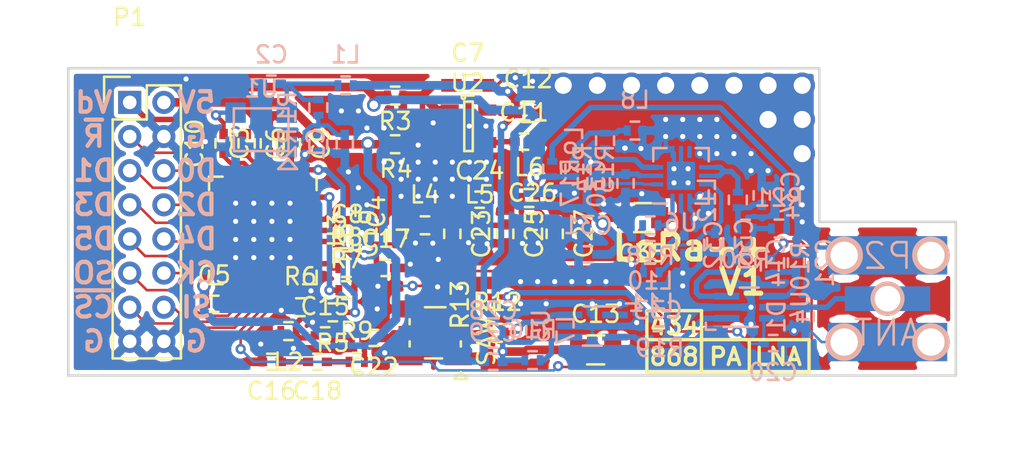
<source format=kicad_pcb>
(kicad_pcb (version 4) (host pcbnew 4.0.3-stable)
  (layers (0 F.Cu signal) (1 In1.Cu signal) (2 In2.Cu signal) (31 B.Cu signal) (34 B.Paste user) (35 F.Paste user) (36 B.SilkS user) (37 F.SilkS user) (38 B.Mask user) (39 F.Mask user) (44 Edge.Cuts user))
  (net 0 "")
  (net 1 "Net-(C1-Pad1)")
  (net 2 GND)
  (net 3 "Net-(C2-Pad1)")
  (net 4 VCC)
  (net 5 /VR_PA)
  (net 6 "Net-(C6-Pad2)")
  (net 7 "Net-(C7-Pad1)")
  (net 8 "Net-(C9-Pad2)")
  (net 9 "Net-(C10-Pad1)")
  (net 10 "Net-(C10-Pad2)")
  (net 11 "Net-(C11-Pad1)")
  (net 12 3V0)
  (net 13 "Net-(C14-Pad1)")
  (net 14 /RF_OUT)
  (net 15 /SX_RFI)
  (net 16 "Net-(C16-Pad1)")
  (net 17 /SX_RFO)
  (net 18 "Net-(C18-Pad1)")
  (net 19 "Net-(C19-Pad2)")
  (net 20 "Net-(C21-Pad1)")
  (net 21 "Net-(C22-Pad1)")
  (net 22 "Net-(C22-Pad2)")
  (net 23 "Net-(C23-Pad1)")
  (net 24 "Net-(C24-Pad2)")
  (net 25 "Net-(C26-Pad2)")
  (net 26 +5V)
  (net 27 "Net-(C32-Pad2)")
  (net 28 /RF_IN)
  (net 29 "Net-(C33-Pad2)")
  (net 30 "Net-(C34-Pad1)")
  (net 31 "Net-(C36-Pad2)")
  (net 32 "Net-(D1-Pad1)")
  (net 33 "Net-(L7-Pad2)")
  (net 34 "Net-(L8-Pad2)")
  (net 35 "Net-(L9-Pad2)")
  (net 36 "Net-(L12-Pad1)")
  (net 37 /LORA_~RST)
  (net 38 /LORA_DIO1)
  (net 39 /LORA_DIO3)
  (net 40 /LORA_DIO5)
  (net 41 /LORA_MISO)
  (net 42 /LORA_~CS)
  (net 43 /LORA_DIO0)
  (net 44 /LORA_DIO2)
  (net 45 /LORA_DIO4)
  (net 46 /LORA_SCK)
  (net 47 /LORA_MOSI)
  (net 48 /RFI_LF)
  (net 49 /RFI_HF)
  (net 50 /RFO_LF)
  (net 51 /RFO_HF)
  (net 52 /SW_CTRL)
  (net 53 "Net-(R13-Pad2)")
  (net 54 "Net-(R14-Pad2)")
  (net 55 "Net-(R16-Pad1)")
  (net 56 "Net-(R17-Pad2)")
  (net 57 "Net-(R18-Pad2)")
  (net 58 "Net-(U3-Pad6)")
  (net 59 "Net-(U3-Pad27)")
  (net 60 "Net-(U5-Pad1)")
  (net 61 "Net-(U6-Pad6)")
  (net 62 "Net-(R12-Pad1)")
  (module Pin_Headers:Pin_Header_Straight_2x08_Pitch2.00mm (layer F.Cu) (at 151.6 64)
    (fp_text reference P1 (at 0 -5) (layer F.SilkS))
    (fp_text value CONN_02X08)
    (pad 1 thru_hole rect (at 0 0) (size 1.35 1.35) (drill 0.8) (layers *.Cu *.Mask) (net 4 VCC))
    (pad 3 thru_hole circle (at 0 2) (size 1.35 1.35) (drill 0.8) (layers *.Cu *.Mask) (net 37 /LORA_~RST))
    (pad 5 thru_hole circle (at 0 4) (size 1.35 1.35) (drill 0.8) (layers *.Cu *.Mask) (net 38 /LORA_DIO1))
    (pad 7 thru_hole circle (at 0 6) (size 1.35 1.35) (drill 0.8) (layers *.Cu *.Mask) (net 39 /LORA_DIO3))
    (pad 9 thru_hole circle (at 0 8) (size 1.35 1.35) (drill 0.8) (layers *.Cu *.Mask) (net 40 /LORA_DIO5))
    (pad 11 thru_hole circle (at 0 10) (size 1.35 1.35) (drill 0.8) (layers *.Cu *.Mask) (net 41 /LORA_MISO))
    (pad 13 thru_hole circle (at 0 12) (size 1.35 1.35) (drill 0.8) (layers *.Cu *.Mask) (net 42 /LORA_~CS))
    (pad 15 thru_hole circle (at 0 14) (size 1.35 1.35) (drill 0.8) (layers *.Cu *.Mask) (net 2 GND))
    (pad 2 thru_hole circle (at 2 0) (size 1.35 1.35) (drill 0.8) (layers *.Cu *.Mask) (net 26 +5V))
    (pad 4 thru_hole circle (at 2 2) (size 1.35 1.35) (drill 0.8) (layers *.Cu *.Mask) (net 2 GND))
    (pad 6 thru_hole circle (at 2 4) (size 1.35 1.35) (drill 0.8) (layers *.Cu *.Mask) (net 43 /LORA_DIO0))
    (pad 8 thru_hole circle (at 2 6) (size 1.35 1.35) (drill 0.8) (layers *.Cu *.Mask) (net 44 /LORA_DIO2))
    (pad 10 thru_hole circle (at 2 8) (size 1.35 1.35) (drill 0.8) (layers *.Cu *.Mask) (net 45 /LORA_DIO4))
    (pad 12 thru_hole circle (at 2 10) (size 1.35 1.35) (drill 0.8) (layers *.Cu *.Mask) (net 46 /LORA_SCK))
    (pad 14 thru_hole circle (at 2 12) (size 1.35 1.35) (drill 0.8) (layers *.Cu *.Mask) (net 47 /LORA_MOSI))
    (pad 16 thru_hole circle (at 2 14) (size 1.35 1.35) (drill 0.8) (layers *.Cu *.Mask) (net 2 GND))
  )
  (module Capacitors_SMD:C_0402 (layer F.Cu) (at 165.9 77.8 180)
    (fp_text reference C22 (at 0 -1.7 180) (layer F.SilkS))
    (fp_text value 47pF)
    (pad 1 smd rect (at -0.55 0 180) (size 0.6 0.5) (layers F.Cu F.Paste F.Mask) (net 21 "Net-(C22-Pad1)"))
    (pad 2 smd rect (at 0.55 0 180) (size 0.6 0.5) (layers F.Cu F.Paste F.Mask) (net 22 "Net-(C22-Pad2)"))
  )
  (module Resistors_SMD:R_0402 (layer F.Cu) (at 160.9 77.4 180)
    (fp_text reference L2 (at 0 -1.8 180) (layer F.SilkS))
    (fp_text value 10nH)
    (pad 1 smd rect (at -0.45 0 180) (size 0.4 0.6) (layers F.Cu F.Paste F.Mask) (net 15 /SX_RFI))
    (pad 2 smd rect (at 0.45 0 180) (size 0.4 0.6) (layers F.Cu F.Paste F.Mask) (net 16 "Net-(C16-Pad1)"))
  )
  (module Capacitors_SMD:C_0402 (layer B.Cu) (at 164.2 66.45 270)
    (fp_text reference C1 (at 0 1.7 270) (layer B.SilkS) (effects (justify mirror)))
    (fp_text value 100n)
    (pad 1 smd rect (at -0.55 0 270) (size 0.6 0.5) (layers B.Cu B.Paste B.Mask) (net 1 "Net-(C1-Pad1)"))
    (pad 2 smd rect (at 0.55 0 270) (size 0.6 0.5) (layers B.Cu B.Paste B.Mask) (net 2 GND))
  )
  (module Capacitors_SMD:C_0402 (layer B.Cu) (at 159.9 62.9 180)
    (fp_text reference C2 (at 0 1.7 180) (layer B.SilkS) (effects (justify mirror)))
    (fp_text value 100n)
    (pad 1 smd rect (at -0.55 0 180) (size 0.6 0.5) (layers B.Cu B.Paste B.Mask) (net 3 "Net-(C2-Pad1)"))
    (pad 2 smd rect (at 0.55 0 180) (size 0.6 0.5) (layers B.Cu B.Paste B.Mask) (net 2 GND))
  )
  (module Capacitors_SMD:C_0402 (layer F.Cu) (at 159.75 66.4 90)
    (fp_text reference C3 (at 0 -1.7 90) (layer F.SilkS))
    (fp_text value 100n)
    (pad 1 smd rect (at -0.55 0 90) (size 0.6 0.5) (layers F.Cu F.Paste F.Mask) (net 4 VCC))
    (pad 2 smd rect (at 0.55 0 90) (size 0.6 0.5) (layers F.Cu F.Paste F.Mask) (net 2 GND))
  )
  (module Capacitors_SMD:C_0402 (layer F.Cu) (at 164.35 70.4 270)
    (fp_text reference C4 (at 0 -1.7 270) (layer F.SilkS))
    (fp_text value 10n)
    (pad 1 smd rect (at -0.55 0 270) (size 0.6 0.5) (layers F.Cu F.Paste F.Mask) (net 2 GND))
    (pad 2 smd rect (at 0.55 0 270) (size 0.6 0.5) (layers F.Cu F.Paste F.Mask) (net 5 /VR_PA))
  )
  (module Capacitors_SMD:C_0402 (layer F.Cu) (at 156.55 75.8)
    (fp_text reference C5 (at 0 -1.7) (layer F.SilkS))
    (fp_text value 100n)
    (pad 1 smd rect (at -0.55 0) (size 0.6 0.5) (layers F.Cu F.Paste F.Mask) (net 4 VCC))
    (pad 2 smd rect (at 0.55 0) (size 0.6 0.5) (layers F.Cu F.Paste F.Mask) (net 2 GND))
  )
  (module Capacitors_SMD:C_0402 (layer F.Cu) (at 158.45 66.4 270)
    (fp_text reference C6 (at 0 -1.7 270) (layer F.SilkS))
    (fp_text value 100n)
    (pad 1 smd rect (at -0.55 0 270) (size 0.6 0.5) (layers F.Cu F.Paste F.Mask) (net 2 GND))
    (pad 2 smd rect (at 0.55 0 270) (size 0.6 0.5) (layers F.Cu F.Paste F.Mask) (net 6 "Net-(C6-Pad2)"))
  )
  (module Capacitors_SMD:C_0603_HandSoldering (layer F.Cu) (at 171.4 63)
    (fp_text reference C7 (at 0 -1.9) (layer F.SilkS))
    (fp_text value 1µ)
    (pad 1 smd rect (at -0.95 0) (size 1.2 0.75) (layers F.Cu F.Paste F.Mask) (net 7 "Net-(C7-Pad1)"))
    (pad 2 smd rect (at 0.95 0) (size 1.2 0.75) (layers F.Cu F.Paste F.Mask) (net 2 GND))
  )
  (module Capacitors_SMD:C_0402 (layer F.Cu) (at 164.35 72.25)
    (fp_text reference C8 (at 0 -1.7) (layer F.SilkS))
    (fp_text value 100n)
    (pad 1 smd rect (at -0.55 0) (size 0.6 0.5) (layers F.Cu F.Paste F.Mask) (net 4 VCC))
    (pad 2 smd rect (at 0.55 0) (size 0.6 0.5) (layers F.Cu F.Paste F.Mask) (net 2 GND))
  )
  (module Capacitors_SMD:C_0402 (layer F.Cu) (at 161.1 66.4 270)
    (fp_text reference C9 (at 0 -1.7 270) (layer F.SilkS))
    (fp_text value 100n)
    (pad 1 smd rect (at -0.55 0 270) (size 0.6 0.5) (layers F.Cu F.Paste F.Mask) (net 2 GND))
    (pad 2 smd rect (at 0.55 0 270) (size 0.6 0.5) (layers F.Cu F.Paste F.Mask) (net 8 "Net-(C9-Pad2)"))
  )
  (module Capacitors_SMD:C_0402 (layer F.Cu) (at 157.1 66.4 90)
    (fp_text reference C10 (at 0 -1.7 90) (layer F.SilkS))
    (fp_text value 1n)
    (pad 1 smd rect (at -0.55 0 90) (size 0.6 0.5) (layers F.Cu F.Paste F.Mask) (net 9 "Net-(C10-Pad1)"))
    (pad 2 smd rect (at 0.55 0 90) (size 0.6 0.5) (layers F.Cu F.Paste F.Mask) (net 10 "Net-(C10-Pad2)"))
  )
  (module Capacitors_SMD:C_0402 (layer F.Cu) (at 174.7 66.3)
    (fp_text reference C11 (at 0 -1.7) (layer F.SilkS))
    (fp_text value 1n)
    (pad 1 smd rect (at -0.55 0) (size 0.6 0.5) (layers F.Cu F.Paste F.Mask) (net 11 "Net-(C11-Pad1)"))
    (pad 2 smd rect (at 0.55 0) (size 0.6 0.5) (layers F.Cu F.Paste F.Mask) (net 2 GND))
  )
  (module Capacitors_SMD:C_0603 (layer F.Cu) (at 174.95 64.55)
    (fp_text reference C12 (at 0 -1.9) (layer F.SilkS))
    (fp_text value 1µ)
    (pad 1 smd rect (at -0.75 0) (size 0.8 0.75) (layers F.Cu F.Paste F.Mask) (net 12 3V0))
    (pad 2 smd rect (at 0.75 0) (size 0.8 0.75) (layers F.Cu F.Paste F.Mask) (net 2 GND))
  )
  (module Capacitors_SMD:C_0805 (layer F.Cu) (at 178.9 78.5)
    (fp_text reference C13 (at 0 -2.1) (layer F.SilkS))
    (fp_text value 10µ)
    (pad 1 smd rect (at -1 0) (size 1 1.25) (layers F.Cu F.Paste F.Mask) (net 12 3V0))
    (pad 2 smd rect (at 1 0) (size 1 1.25) (layers F.Cu F.Paste F.Mask) (net 2 GND))
  )
  (module Capacitors_SMD:C_0402 (layer B.Cu) (at 187.78 73.39 90)
    (fp_text reference C14 (at 0 1.7 90) (layer B.SilkS) (effects (justify mirror)))
    (fp_text value 100p)
    (pad 1 smd rect (at -0.55 0 90) (size 0.6 0.5) (layers B.Cu B.Paste B.Mask) (net 13 "Net-(C14-Pad1)"))
    (pad 2 smd rect (at 0.55 0 90) (size 0.6 0.5) (layers B.Cu B.Paste B.Mask) (net 14 /RF_OUT))
  )
  (module Capacitors_SMD:C_0402 (layer F.Cu) (at 163.05 77.65)
    (fp_text reference C15 (at 0 -1.7) (layer F.SilkS))
    (fp_text value DNP)
    (pad 1 smd rect (at -0.55 0) (size 0.6 0.5) (layers F.Cu F.Paste F.Mask) (net 15 /SX_RFI))
    (pad 2 smd rect (at 0.55 0) (size 0.6 0.5) (layers F.Cu F.Paste F.Mask) (net 2 GND))
  )
  (module Capacitors_SMD:C_0402 (layer F.Cu) (at 159.9 79.2 180)
    (fp_text reference C16 (at 0 -1.7 180) (layer F.SilkS))
    (fp_text value 3.3pF)
    (pad 1 smd rect (at -0.55 0 180) (size 0.6 0.5) (layers F.Cu F.Paste F.Mask) (net 16 "Net-(C16-Pad1)"))
    (pad 2 smd rect (at 0.55 0 180) (size 0.6 0.5) (layers F.Cu F.Paste F.Mask) (net 2 GND))
  )
  (module Capacitors_SMD:C_0402 (layer F.Cu) (at 166.6 73.7)
    (fp_text reference C17 (at 0 -1.7) (layer F.SilkS))
    (fp_text value 1.5pF)
    (pad 1 smd rect (at -0.55 0) (size 0.6 0.5) (layers F.Cu F.Paste F.Mask) (net 17 /SX_RFO))
    (pad 2 smd rect (at 0.55 0) (size 0.6 0.5) (layers F.Cu F.Paste F.Mask) (net 2 GND))
  )
  (module Capacitors_SMD:C_0402 (layer F.Cu) (at 162.6 79.2 180)
    (fp_text reference C18 (at 0 -1.7 180) (layer F.SilkS))
    (fp_text value 47pF)
    (pad 1 smd rect (at -0.55 0 180) (size 0.6 0.5) (layers F.Cu F.Paste F.Mask) (net 18 "Net-(C18-Pad1)"))
    (pad 2 smd rect (at 0.55 0 180) (size 0.6 0.5) (layers F.Cu F.Paste F.Mask) (net 16 "Net-(C16-Pad1)"))
  )
  (module Capacitors_SMD:C_0402 (layer F.Cu) (at 167.3 71.7 90)
    (fp_text reference C19 (at 0 -1.7 90) (layer F.SilkS))
    (fp_text value 33pF)
    (pad 1 smd rect (at -0.55 0 90) (size 0.6 0.5) (layers F.Cu F.Paste F.Mask) (net 17 /SX_RFO))
    (pad 2 smd rect (at 0.55 0 90) (size 0.6 0.5) (layers F.Cu F.Paste F.Mask) (net 19 "Net-(C19-Pad2)"))
  )
  (module Capacitors_SMD:C_0402 (layer B.Cu) (at 189.3 78.1)
    (fp_text reference C20 (at 0 1.7) (layer B.SilkS) (effects (justify mirror)))
    (fp_text value 1n)
    (pad 1 smd rect (at -0.55 0) (size 0.6 0.5) (layers B.Cu B.Paste B.Mask) (net 4 VCC))
    (pad 2 smd rect (at 0.55 0) (size 0.6 0.5) (layers B.Cu B.Paste B.Mask) (net 2 GND))
  )
  (module Capacitors_SMD:C_0402 (layer B.Cu) (at 190.64 73.39 90)
    (fp_text reference C21 (at 0 1.7 90) (layer B.SilkS) (effects (justify mirror)))
    (fp_text value 1n)
    (pad 1 smd rect (at -0.55 0 90) (size 0.6 0.5) (layers B.Cu B.Paste B.Mask) (net 20 "Net-(C21-Pad1)"))
    (pad 2 smd rect (at 0.55 0 90) (size 0.6 0.5) (layers B.Cu B.Paste B.Mask) (net 2 GND))
  )
  (module Capacitors_SMD:C_0402 (layer F.Cu) (at 170.5 71.7 270)
    (fp_text reference C23 (at 0 -1.7 270) (layer F.SilkS))
    (fp_text value 4.7pF)
    (pad 1 smd rect (at -0.55 0 270) (size 0.6 0.5) (layers F.Cu F.Paste F.Mask) (net 23 "Net-(C23-Pad1)"))
    (pad 2 smd rect (at 0.55 0 270) (size 0.6 0.5) (layers F.Cu F.Paste F.Mask) (net 2 GND))
  )
  (module Capacitors_SMD:C_0402 (layer F.Cu) (at 172.1 69.7)
    (fp_text reference C24 (at 0 -1.7) (layer F.SilkS))
    (fp_text value 1.2pF)
    (pad 1 smd rect (at -0.55 0) (size 0.6 0.5) (layers F.Cu F.Paste F.Mask) (net 23 "Net-(C23-Pad1)"))
    (pad 2 smd rect (at 0.55 0) (size 0.6 0.5) (layers F.Cu F.Paste F.Mask) (net 24 "Net-(C24-Pad2)"))
  )
  (module Capacitors_SMD:C_0402 (layer F.Cu) (at 173.6 71.7 270)
    (fp_text reference C25 (at 0 -1.7 270) (layer F.SilkS))
    (fp_text value 1.8pF)
    (pad 1 smd rect (at -0.55 0 270) (size 0.6 0.5) (layers F.Cu F.Paste F.Mask) (net 24 "Net-(C24-Pad2)"))
    (pad 2 smd rect (at 0.55 0 270) (size 0.6 0.5) (layers F.Cu F.Paste F.Mask) (net 2 GND))
  )
  (module Capacitors_SMD:C_0402 (layer F.Cu) (at 175.2 71)
    (fp_text reference C26 (at 0 -1.7) (layer F.SilkS))
    (fp_text value DNP)
    (pad 1 smd rect (at -0.55 0) (size 0.6 0.5) (layers F.Cu F.Paste F.Mask) (net 24 "Net-(C24-Pad2)"))
    (pad 2 smd rect (at 0.55 0) (size 0.6 0.5) (layers F.Cu F.Paste F.Mask) (net 25 "Net-(C26-Pad2)"))
  )
  (module Capacitors_SMD:C_0402 (layer F.Cu) (at 176.5 71.7 270)
    (fp_text reference C27 (at 0 -1.7 270) (layer F.SilkS))
    (fp_text value DNP)
    (pad 1 smd rect (at -0.55 0 270) (size 0.6 0.5) (layers F.Cu F.Paste F.Mask) (net 25 "Net-(C26-Pad2)"))
    (pad 2 smd rect (at 0.55 0 270) (size 0.6 0.5) (layers F.Cu F.Paste F.Mask) (net 2 GND))
  )
  (module Capacitors_SMD:C_0402 (layer B.Cu) (at 172.9 77.9 180)
    (fp_text reference C28 (at 0 1.7 180) (layer B.SilkS) (effects (justify mirror)))
    (fp_text value 1nF)
    (pad 1 smd rect (at -0.55 0 180) (size 0.6 0.5) (layers B.Cu B.Paste B.Mask) (net 12 3V0))
    (pad 2 smd rect (at 0.55 0 180) (size 0.6 0.5) (layers B.Cu B.Paste B.Mask) (net 2 GND))
  )
  (module Capacitors_SMD:C_0402 (layer B.Cu) (at 172.9 79.2 180)
    (fp_text reference C29 (at 0 1.7 180) (layer B.SilkS) (effects (justify mirror)))
    (fp_text value 10nF)
    (pad 1 smd rect (at -0.55 0 180) (size 0.6 0.5) (layers B.Cu B.Paste B.Mask) (net 12 3V0))
    (pad 2 smd rect (at 0.55 0 180) (size 0.6 0.5) (layers B.Cu B.Paste B.Mask) (net 2 GND))
  )
  (module Capacitors_SMD:C_0402 (layer B.Cu) (at 180.65 68.75 270)
    (fp_text reference C30 (at 0 1.7 270) (layer B.SilkS) (effects (justify mirror)))
    (fp_text value 100p)
    (pad 1 smd rect (at -0.55 0 270) (size 0.6 0.5) (layers B.Cu B.Paste B.Mask) (net 26 +5V))
    (pad 2 smd rect (at 0.55 0 270) (size 0.6 0.5) (layers B.Cu B.Paste B.Mask) (net 2 GND))
  )
  (module Capacitors_SMD:C_0402 (layer B.Cu) (at 178.45 72.9 180)
    (fp_text reference C31 (at 0 1.7 180) (layer B.SilkS) (effects (justify mirror)))
    (fp_text value 1µF)
    (pad 1 smd rect (at -0.55 0 180) (size 0.6 0.5) (layers B.Cu B.Paste B.Mask) (net 26 +5V))
    (pad 2 smd rect (at 0.55 0 180) (size 0.6 0.5) (layers B.Cu B.Paste B.Mask) (net 2 GND))
  )
  (module Capacitors_SMD:C_0402 (layer B.Cu) (at 184.1 72.35 90)
    (fp_text reference C32 (at 0 1.7 90) (layer B.SilkS) (effects (justify mirror)))
    (fp_text value 1µF)
    (pad 1 smd rect (at -0.55 0 90) (size 0.6 0.5) (layers B.Cu B.Paste B.Mask) (net 2 GND))
    (pad 2 smd rect (at 0.55 0 90) (size 0.6 0.5) (layers B.Cu B.Paste B.Mask) (net 27 "Net-(C32-Pad2)"))
  )
  (module Capacitors_SMD:C_0402 (layer B.Cu) (at 182.54 77.88 180)
    (fp_text reference C33 (at 0 1.7 180) (layer B.SilkS) (effects (justify mirror)))
    (fp_text value 1nF)
    (pad 1 smd rect (at -0.55 0 180) (size 0.6 0.5) (layers B.Cu B.Paste B.Mask) (net 28 /RF_IN))
    (pad 2 smd rect (at 0.55 0 180) (size 0.6 0.5) (layers B.Cu B.Paste B.Mask) (net 29 "Net-(C33-Pad2)"))
  )
  (module Capacitors_SMD:C_0402 (layer B.Cu) (at 188.63 69.45 90)
    (fp_text reference C34 (at 0 1.7 90) (layer B.SilkS) (effects (justify mirror)))
    (fp_text value 6.8pF)
    (pad 1 smd rect (at -0.55 0 90) (size 0.6 0.5) (layers B.Cu B.Paste B.Mask) (net 30 "Net-(C34-Pad1)"))
    (pad 2 smd rect (at 0.55 0 90) (size 0.6 0.5) (layers B.Cu B.Paste B.Mask) (net 2 GND))
  )
  (module Capacitors_SMD:C_0805 (layer F.Cu) (at 181.65 70.75 180)
    (fp_text reference C35 (at 0 -2.1 180) (layer F.SilkS))
    (fp_text value 4.7µF)
    (pad 1 smd rect (at -1 0 180) (size 1 1.25) (layers F.Cu F.Paste F.Mask) (net 2 GND))
    (pad 2 smd rect (at 1 0 180) (size 1 1.25) (layers F.Cu F.Paste F.Mask) (net 26 +5V))
  )
  (module Capacitors_SMD:C_0402 (layer B.Cu) (at 185.9 72.2 90)
    (fp_text reference C36 (at 0 1.7 90) (layer B.SilkS) (effects (justify mirror)))
    (fp_text value 4.7pF)
    (pad 1 smd rect (at -0.55 0 90) (size 0.6 0.5) (layers B.Cu B.Paste B.Mask) (net 2 GND))
    (pad 2 smd rect (at 0.55 0 90) (size 0.6 0.5) (layers B.Cu B.Paste B.Mask) (net 31 "Net-(C36-Pad2)"))
  )
  (module Capacitors_SMD:C_0402 (layer B.Cu) (at 191.2 76.55 270)
    (fp_text reference D1 (at 0 1.7 270) (layer B.SilkS) (effects (justify mirror)))
    (fp_text value ESDAXLC6-1BT2)
    (pad 1 smd rect (at -0.55 0 270) (size 0.6 0.5) (layers B.Cu B.Paste B.Mask) (net 32 "Net-(D1-Pad1)"))
    (pad 2 smd rect (at 0.55 0 270) (size 0.6 0.5) (layers B.Cu B.Paste B.Mask) (net 2 GND))
  )
  (module Resistors_SMD:R_0402 (layer B.Cu) (at 164.25 63 180)
    (fp_text reference L1 (at 0 1.8 180) (layer B.SilkS) (effects (justify mirror)))
    (fp_text value FERRITE)
    (pad 1 smd rect (at -0.45 0 180) (size 0.4 0.6) (layers B.Cu B.Paste B.Mask) (net 12 3V0))
    (pad 2 smd rect (at 0.45 0 180) (size 0.4 0.6) (layers B.Cu B.Paste B.Mask) (net 3 "Net-(C2-Pad1)"))
  )
  (module Resistors_SMD:R_0402 (layer F.Cu) (at 166 71.9 90)
    (fp_text reference L3 (at 0 -1.8 90) (layer F.SilkS))
    (fp_text value 33nH)
    (pad 1 smd rect (at -0.45 0 90) (size 0.4 0.6) (layers F.Cu F.Paste F.Mask) (net 17 /SX_RFO))
    (pad 2 smd rect (at 0.45 0 90) (size 0.4 0.6) (layers F.Cu F.Paste F.Mask) (net 5 /VR_PA))
  )
  (module Resistors_SMD:R_0402 (layer F.Cu) (at 168.9 71.2)
    (fp_text reference L4 (at 0 -1.8) (layer F.SilkS))
    (fp_text value 10nH)
    (pad 1 smd rect (at -0.45 0) (size 0.4 0.6) (layers F.Cu F.Paste F.Mask) (net 19 "Net-(C19-Pad2)"))
    (pad 2 smd rect (at 0.45 0) (size 0.4 0.6) (layers F.Cu F.Paste F.Mask) (net 23 "Net-(C23-Pad1)"))
  )
  (module Resistors_SMD:R_0402 (layer F.Cu) (at 172.1 71.2)
    (fp_text reference L5 (at 0 -1.8) (layer F.SilkS))
    (fp_text value 6.2nH)
    (pad 1 smd rect (at -0.45 0) (size 0.4 0.6) (layers F.Cu F.Paste F.Mask) (net 23 "Net-(C23-Pad1)"))
    (pad 2 smd rect (at 0.45 0) (size 0.4 0.6) (layers F.Cu F.Paste F.Mask) (net 24 "Net-(C24-Pad2)"))
  )
  (module Resistors_SMD:R_0402 (layer F.Cu) (at 175 69.6)
    (fp_text reference L6 (at 0 -1.8) (layer F.SilkS))
    (fp_text value 0R)
    (pad 1 smd rect (at -0.45 0) (size 0.4 0.6) (layers F.Cu F.Paste F.Mask) (net 24 "Net-(C24-Pad2)"))
    (pad 2 smd rect (at 0.45 0) (size 0.4 0.6) (layers F.Cu F.Paste F.Mask) (net 25 "Net-(C26-Pad2)"))
  )
  (module Resistors_SMD:R_0402 (layer B.Cu) (at 175.35 77.35 90)
    (fp_text reference L7 (at 0 1.8 90) (layer B.SilkS) (effects (justify mirror)))
    (fp_text value 82nH)
    (pad 1 smd rect (at -0.45 0 90) (size 0.4 0.6) (layers B.Cu B.Paste B.Mask) (net 12 3V0))
    (pad 2 smd rect (at 0.45 0 90) (size 0.4 0.6) (layers B.Cu B.Paste B.Mask) (net 33 "Net-(L7-Pad2)"))
  )
  (module Resistors_SMD:R_0402 (layer B.Cu) (at 181.2 65.65 180)
    (fp_text reference L8 (at 0 1.8 180) (layer B.SilkS) (effects (justify mirror)))
    (fp_text value 8.2nH)
    (pad 1 smd rect (at -0.45 0 180) (size 0.4 0.6) (layers B.Cu B.Paste B.Mask) (net 2 GND))
    (pad 2 smd rect (at 0.45 0 180) (size 0.4 0.6) (layers B.Cu B.Paste B.Mask) (net 34 "Net-(L8-Pad2)"))
  )
  (module Resistors_SMD:R_0402 (layer B.Cu) (at 179.45 66.25 270)
    (fp_text reference L9 (at 0 1.8 270) (layer B.SilkS) (effects (justify mirror)))
    (fp_text value 1.2nH)
    (pad 1 smd rect (at -0.45 0 270) (size 0.4 0.6) (layers B.Cu B.Paste B.Mask) (net 34 "Net-(L8-Pad2)"))
    (pad 2 smd rect (at 0.45 0 270) (size 0.4 0.6) (layers B.Cu B.Paste B.Mask) (net 35 "Net-(L9-Pad2)"))
  )
  (module Resistors_SMD:R_0402 (layer B.Cu) (at 182.1 72.65)
    (fp_text reference L10 (at 0 1.8) (layer B.SilkS) (effects (justify mirror)))
    (fp_text value 22n)
    (pad 1 smd rect (at -0.45 0) (size 0.4 0.6) (layers B.Cu B.Paste B.Mask) (net 26 +5V))
    (pad 2 smd rect (at 0.45 0) (size 0.4 0.6) (layers B.Cu B.Paste B.Mask) (net 27 "Net-(C32-Pad2)"))
  )
  (module Resistors_SMD:R_0402 (layer B.Cu) (at 182.15 73.95)
    (fp_text reference L11 (at 0 1.8) (layer B.SilkS) (effects (justify mirror)))
    (fp_text value 33n)
    (pad 1 smd rect (at -0.45 0) (size 0.4 0.6) (layers B.Cu B.Paste B.Mask) (net 26 +5V))
    (pad 2 smd rect (at 0.45 0) (size 0.4 0.6) (layers B.Cu B.Paste B.Mask) (net 31 "Net-(C36-Pad2)"))
  )
  (module Resistors_SMD:R_0402 (layer B.Cu) (at 187.23 69.71 270)
    (fp_text reference L12 (at 0 1.8 270) (layer B.SilkS) (effects (justify mirror)))
    (fp_text value 3.3nH)
    (pad 1 smd rect (at -0.45 0 270) (size 0.4 0.6) (layers B.Cu B.Paste B.Mask) (net 36 "Net-(L12-Pad1)"))
    (pad 2 smd rect (at 0.45 0 270) (size 0.4 0.6) (layers B.Cu B.Paste B.Mask) (net 30 "Net-(C34-Pad1)"))
  )
  (module "Custom Parts - global:RFcon" (layer B.Cu) (at 196 75.5 180)
    (fp_text reference P2 (at 0 2.5 180) (layer B.SilkS) (effects (font (size 1.5 1.5)) (justify mirror)))
    (fp_text value ANT (at 0 -2 180) (layer B.SilkS) (effects (font (size 1.5 1.5)) (justify mirror)))
    (pad 1 smd rect (at 0 0 180) (size 5 1.45) (layers B.Cu B.Paste B.Mask) (net 32 "Net-(D1-Pad1)"))
    (pad 2 smd rect (at 0 -2.54 180) (size 7 2.25) (layers B.Cu B.Paste B.Mask) (net 2 GND))
    (pad 2 smd rect (at 0 2.54 180) (size 7 2.25) (layers B.Cu B.Paste B.Mask) (net 2 GND))
    (pad 1 thru_hole circle (at 0 0 180) (size 2 2) (drill 1.5) (layers *.Cu *.Mask B.SilkS) (net 32 "Net-(D1-Pad1)"))
    (pad 2 thru_hole circle (at 2.54 2.54 180) (size 2.2 2.2) (drill 1.6) (layers *.Cu *.Mask B.SilkS) (net 2 GND))
    (pad 2 thru_hole circle (at -2.54 2.54 180) (size 2.2 2.2) (drill 1.6) (layers *.Cu *.Mask B.SilkS) (net 2 GND))
    (pad 2 thru_hole circle (at 2.54 -2.54 180) (size 2.2 2.2) (drill 1.6) (layers *.Cu *.Mask B.SilkS) (net 2 GND))
    (pad 2 thru_hole circle (at -2.54 -2.54 180) (size 2.2 2.2) (drill 1.6) (layers *.Cu *.Mask B.SilkS) (net 2 GND))
  )
  (module Resistors_SMD:R_0402 (layer B.Cu) (at 162.65 64.3 270)
    (fp_text reference R1 (at 0 1.8 270) (layer B.SilkS) (effects (justify mirror)))
    (fp_text value 4.7k)
    (pad 1 smd rect (at -0.45 0 270) (size 0.4 0.6) (layers B.Cu B.Paste B.Mask) (net 3 "Net-(C2-Pad1)"))
    (pad 2 smd rect (at 0.45 0 270) (size 0.4 0.6) (layers B.Cu B.Paste B.Mask) (net 1 "Net-(C1-Pad1)"))
  )
  (module Resistors_SMD:R_0402 (layer B.Cu) (at 162.65 66.45 270)
    (fp_text reference R2 (at 0 1.8 270) (layer B.SilkS) (effects (justify mirror)))
    (fp_text value 4.7k)
    (pad 1 smd rect (at -0.45 0 270) (size 0.4 0.6) (layers B.Cu B.Paste B.Mask) (net 1 "Net-(C1-Pad1)"))
    (pad 2 smd rect (at 0.45 0 270) (size 0.4 0.6) (layers B.Cu B.Paste B.Mask) (net 2 GND))
  )
  (module Resistors_SMD:R_0402 (layer F.Cu) (at 167.15 63.6 180)
    (fp_text reference R3 (at 0 -1.5 180) (layer F.SilkS))
    (fp_text value DNP)
    (pad 1 smd rect (at -0.45 0 180) (size 0.4 0.6) (layers F.Cu F.Paste F.Mask) (net 7 "Net-(C7-Pad1)"))
    (pad 2 smd rect (at 0.45 0 180) (size 0.4 0.6) (layers F.Cu F.Paste F.Mask) (net 26 +5V))
  )
  (module Resistors_SMD:R_0402 (layer F.Cu) (at 167.15 66.45 180)
    (fp_text reference R4 (at -0.05 -1.45 180) (layer F.SilkS))
    (fp_text value 0R)
    (pad 1 smd rect (at -0.45 0 180) (size 0.4 0.6) (layers F.Cu F.Paste F.Mask) (net 7 "Net-(C7-Pad1)"))
    (pad 2 smd rect (at 0.45 0 180) (size 0.4 0.6) (layers F.Cu F.Paste F.Mask) (net 4 VCC))
  )
  (module Resistors_SMD:R_0402 (layer F.Cu) (at 163.5 76.3 180)
    (fp_text reference R5 (at 0 -1.8 180) (layer F.SilkS))
    (fp_text value DNP)
    (pad 1 smd rect (at -0.45 0 180) (size 0.4 0.6) (layers F.Cu F.Paste F.Mask) (net 48 /RFI_LF))
    (pad 2 smd rect (at 0.45 0 180) (size 0.4 0.6) (layers F.Cu F.Paste F.Mask) (net 15 /SX_RFI))
  )
  (module Resistors_SMD:R_0402 (layer F.Cu) (at 161.6 76)
    (fp_text reference R6 (at 0 -1.8) (layer F.SilkS))
    (fp_text value 0R)
    (pad 1 smd rect (at -0.45 0) (size 0.4 0.6) (layers F.Cu F.Paste F.Mask) (net 49 /RFI_HF))
    (pad 2 smd rect (at 0.45 0) (size 0.4 0.6) (layers F.Cu F.Paste F.Mask) (net 15 /SX_RFI))
  )
  (module Resistors_SMD:R_0402 (layer F.Cu) (at 164.3 75)
    (fp_text reference R7 (at 0 -1.8) (layer F.SilkS))
    (fp_text value DNP)
    (pad 1 smd rect (at -0.45 0) (size 0.4 0.6) (layers F.Cu F.Paste F.Mask) (net 50 /RFO_LF))
    (pad 2 smd rect (at 0.45 0) (size 0.4 0.6) (layers F.Cu F.Paste F.Mask) (net 17 /SX_RFO))
  )
  (module Resistors_SMD:R_0402 (layer F.Cu) (at 164.3 73.7)
    (fp_text reference R8 (at 0 -1.8) (layer F.SilkS))
    (fp_text value 0R)
    (pad 1 smd rect (at -0.45 0) (size 0.4 0.6) (layers F.Cu F.Paste F.Mask) (net 51 /RFO_HF))
    (pad 2 smd rect (at 0.45 0) (size 0.4 0.6) (layers F.Cu F.Paste F.Mask) (net 17 /SX_RFO))
  )
  (module Resistors_SMD:R_0402 (layer F.Cu) (at 164.9 79.2)
    (fp_text reference R9 (at 0 -1.8) (layer F.SilkS))
    (fp_text value 0R)
    (pad 1 smd rect (at -0.45 0) (size 0.4 0.6) (layers F.Cu F.Paste F.Mask) (net 18 "Net-(C18-Pad1)"))
    (pad 2 smd rect (at 0.45 0) (size 0.4 0.6) (layers F.Cu F.Paste F.Mask) (net 22 "Net-(C22-Pad2)"))
  )
  (module Resistors_SMD:R_0402 (layer B.Cu) (at 189.1 73.6 90)
    (fp_text reference R10 (at 0 1.8 90) (layer B.SilkS) (effects (justify mirror)))
    (fp_text value 0R)
    (pad 1 smd rect (at -0.45 0 90) (size 0.4 0.6) (layers B.Cu B.Paste B.Mask) (net 20 "Net-(C21-Pad1)"))
    (pad 2 smd rect (at 0.45 0 90) (size 0.4 0.6) (layers B.Cu B.Paste B.Mask) (net 52 /SW_CTRL))
  )
  (module Resistors_SMD:R_0402 (layer F.Cu) (at 173.15 77.5)
    (fp_text reference R12 (at 0 -1.8) (layer F.SilkS))
    (fp_text value 0R)
    (pad 1 smd rect (at -0.45 0) (size 0.4 0.6) (layers F.Cu F.Paste F.Mask) (net 62 "Net-(R12-Pad1)"))
    (pad 2 smd rect (at 0.45 0) (size 0.4 0.6) (layers F.Cu F.Paste F.Mask) (net 33 "Net-(L7-Pad2)"))
  )
  (module Resistors_SMD:R_0402 (layer F.Cu) (at 172.75 75.85 90)
    (fp_text reference R13 (at 0 -1.8 90) (layer F.SilkS))
    (fp_text value DNP)
    (pad 1 smd rect (at -0.45 0 90) (size 0.4 0.6) (layers F.Cu F.Paste F.Mask) (net 62 "Net-(R12-Pad1)"))
    (pad 2 smd rect (at 0.45 0 90) (size 0.4 0.6) (layers F.Cu F.Paste F.Mask) (net 53 "Net-(R13-Pad2)"))
  )
  (module Resistors_SMD:R_0402 (layer B.Cu) (at 176.35 67.9 90)
    (fp_text reference R14 (at 0 1.8 90) (layer B.SilkS) (effects (justify mirror)))
    (fp_text value DNP)
    (pad 1 smd rect (at -0.45 0 90) (size 0.4 0.6) (layers B.Cu B.Paste B.Mask) (net 25 "Net-(C26-Pad2)"))
    (pad 2 smd rect (at 0.45 0 90) (size 0.4 0.6) (layers B.Cu B.Paste B.Mask) (net 54 "Net-(R14-Pad2)"))
  )
  (module Resistors_SMD:R_0402 (layer B.Cu) (at 177.65 67.9 90)
    (fp_text reference R15 (at 0 1.8 90) (layer B.SilkS) (effects (justify mirror)))
    (fp_text value 0R)
    (pad 1 smd rect (at -0.45 0 90) (size 0.4 0.6) (layers B.Cu B.Paste B.Mask) (net 25 "Net-(C26-Pad2)"))
    (pad 2 smd rect (at 0.45 0 90) (size 0.4 0.6) (layers B.Cu B.Paste B.Mask) (net 34 "Net-(L8-Pad2)"))
  )
  (module Resistors_SMD:R_0402 (layer B.Cu) (at 175.2 79.1 180)
    (fp_text reference R16 (at 0 1.8 180) (layer B.SilkS) (effects (justify mirror)))
    (fp_text value 120)
    (pad 1 smd rect (at -0.45 0 180) (size 0.4 0.6) (layers B.Cu B.Paste B.Mask) (net 55 "Net-(R16-Pad1)"))
    (pad 2 smd rect (at 0.45 0 180) (size 0.4 0.6) (layers B.Cu B.Paste B.Mask) (net 12 3V0))
  )
  (module Resistors_SMD:R_0402 (layer B.Cu) (at 179.2 68.7 270)
    (fp_text reference R17 (at 0 1.8 270) (layer B.SilkS) (effects (justify mirror)))
    (fp_text value 330R)
    (pad 1 smd rect (at -0.45 0 270) (size 0.4 0.6) (layers B.Cu B.Paste B.Mask) (net 26 +5V))
    (pad 2 smd rect (at 0.45 0 270) (size 0.4 0.6) (layers B.Cu B.Paste B.Mask) (net 56 "Net-(R17-Pad2)"))
  )
  (module Resistors_SMD:R_0402 (layer B.Cu) (at 182.1 71.2)
    (fp_text reference R18 (at 0 1.8) (layer B.SilkS) (effects (justify mirror)))
    (fp_text value 1.5k)
    (pad 1 smd rect (at -0.45 0) (size 0.4 0.6) (layers B.Cu B.Paste B.Mask) (net 26 +5V))
    (pad 2 smd rect (at 0.45 0) (size 0.4 0.6) (layers B.Cu B.Paste B.Mask) (net 57 "Net-(R18-Pad2)"))
  )
  (module Resistors_SMD:R_0402 (layer B.Cu) (at 182.65 76.6)
    (fp_text reference R19 (at 0 1.8) (layer B.SilkS) (effects (justify mirror)))
    (fp_text value DNP)
    (pad 1 smd rect (at -0.45 0) (size 0.4 0.6) (layers B.Cu B.Paste B.Mask) (net 53 "Net-(R13-Pad2)"))
    (pad 2 smd rect (at 0.45 0) (size 0.4 0.6) (layers B.Cu B.Paste B.Mask) (net 28 /RF_IN))
  )
  (module Resistors_SMD:R_0402 (layer B.Cu) (at 187.68 71.4)
    (fp_text reference R20 (at 0 1.8) (layer B.SilkS) (effects (justify mirror)))
    (fp_text value 0R)
    (pad 1 smd rect (at -0.45 0) (size 0.4 0.6) (layers B.Cu B.Paste B.Mask) (net 30 "Net-(C34-Pad1)"))
    (pad 2 smd rect (at 0.45 0) (size 0.4 0.6) (layers B.Cu B.Paste B.Mask) (net 14 /RF_OUT))
  )
  (module Resistors_SMD:R_0402 (layer B.Cu) (at 189.64 71.39 180)
    (fp_text reference R21 (at 0 1.8 180) (layer B.SilkS) (effects (justify mirror)))
    (fp_text value DNP)
    (pad 1 smd rect (at -0.45 0 180) (size 0.4 0.6) (layers B.Cu B.Paste B.Mask) (net 54 "Net-(R14-Pad2)"))
    (pad 2 smd rect (at 0.45 0 180) (size 0.4 0.6) (layers B.Cu B.Paste B.Mask) (net 14 /RF_OUT))
  )
  (module "Custom Parts - global:SAW-DCC6C" (layer F.Cu) (at 169.5 77.5 270)
    (fp_text reference SAW1 (at 0 -3 270) (layer F.SilkS))
    (fp_text value B39871B3725U410)
    (pad 1 smd rect (at 1.4 -1.35 270) (size 1 1.6) (layers F.Cu F.Paste F.Mask) (net 2 GND))
    (pad 2 smd rect (at 0 -1.45 270) (size 0.8 1.4) (layers F.Cu F.Paste F.Mask) (net 62 "Net-(R12-Pad1)"))
    (pad 3 smd rect (at -1.4 -1.45 270) (size 1 1.4) (layers F.Cu F.Paste F.Mask) (net 2 GND))
    (pad 4 smd rect (at -1.4 1.45 270) (size 1 1.4) (layers F.Cu F.Paste F.Mask) (net 2 GND))
    (pad 5 smd rect (at 0 1.45 270) (size 0.8 1.4) (layers F.Cu F.Paste F.Mask) (net 21 "Net-(C22-Pad1)"))
    (pad 6 smd rect (at 1.4 1.45 270) (size 1 1.4) (layers F.Cu F.Paste F.Mask) (net 2 GND))
  )
  (module "Custom Parts - global:TCXO-WT325" (layer B.Cu) (at 159.3 65.6 180)
    (fp_text reference U1 (at 0 2.4 180) (layer B.SilkS) (effects (justify mirror)))
    (fp_text value TXEABDSANF-32)
    (pad 1 smd rect (at -1.5 -1 180) (size 1.2 1.2) (layers B.Cu B.Paste B.Mask) (net 1 "Net-(C1-Pad1)"))
    (pad 4 smd rect (at -1.5 1 180) (size 1.2 1.2) (layers B.Cu B.Paste B.Mask) (net 3 "Net-(C2-Pad1)"))
    (pad 3 smd rect (at 1.5 1 180) (size 1.2 1.2) (layers B.Cu B.Paste B.Mask) (net 10 "Net-(C10-Pad2)"))
    (pad 2 smd rect (at 1.5 -1 180) (size 1.2 1.2) (layers B.Cu B.Paste B.Mask) (net 2 GND))
  )
  (module TO_SOT_Packages_SMD:SOT-23-5 (layer F.Cu) (at 171.45 65.4)
    (fp_text reference U2 (at -0.05 -2.55) (layer F.SilkS))
    (fp_text value LD3985G30R)
    (pad 1 smd rect (at -1.1 -0.95) (size 1.06 0.65) (layers F.Cu F.Paste F.Mask) (net 7 "Net-(C7-Pad1)"))
    (pad 2 smd rect (at -1.1 0) (size 1.06 0.65) (layers F.Cu F.Paste F.Mask) (net 2 GND))
    (pad 3 smd rect (at -1.1 0.95) (size 1.06 0.65) (layers F.Cu F.Paste F.Mask) (net 7 "Net-(C7-Pad1)"))
    (pad 4 smd rect (at 1.1 0.95) (size 1.06 0.65) (layers F.Cu F.Paste F.Mask) (net 11 "Net-(C11-Pad1)"))
    (pad 5 smd rect (at 1.1 -0.95) (size 1.06 0.65) (layers F.Cu F.Paste F.Mask) (net 12 3V0))
  )
  (module Housings_DFN_QFN:QFN-28-1EP_6x6mm_Pitch0.65mm (layer F.Cu) (at 159.4 71.5 270)
    (fp_text reference U3 (at 0 -4.35 270) (layer F.SilkS))
    (fp_text value SX1276)
    (pad 1 smd rect (at -2.85 -1.95 270) (size 1 0.37) (layers F.Cu F.Paste F.Mask) (net 48 /RFI_LF))
    (pad 2 smd rect (at -2.85 -1.3 270) (size 1 0.37) (layers F.Cu F.Paste F.Mask) (net 8 "Net-(C9-Pad2)"))
    (pad 3 smd rect (at -2.85 -0.65 270) (size 1 0.37) (layers F.Cu F.Paste F.Mask) (net 4 VCC))
    (pad 4 smd rect (at -2.85 0 270) (size 1 0.37) (layers F.Cu F.Paste F.Mask) (net 6 "Net-(C6-Pad2)"))
    (pad 5 smd rect (at -2.85 0.65 270) (size 1 0.37) (layers F.Cu F.Paste F.Mask) (net 9 "Net-(C10-Pad1)"))
    (pad 6 smd rect (at -2.85 1.3 270) (size 1 0.37) (layers F.Cu F.Paste F.Mask) (net 58 "Net-(U3-Pad6)"))
    (pad 7 smd rect (at -2.85 1.95 270) (size 1 0.37) (layers F.Cu F.Paste F.Mask) (net 37 /LORA_~RST))
    (pad 8 smd rect (at -1.95 2.85) (size 1 0.37) (layers F.Cu F.Paste F.Mask) (net 43 /LORA_DIO0))
    (pad 9 smd rect (at -1.3 2.85) (size 1 0.37) (layers F.Cu F.Paste F.Mask) (net 38 /LORA_DIO1))
    (pad 10 smd rect (at -0.65 2.85) (size 1 0.37) (layers F.Cu F.Paste F.Mask) (net 44 /LORA_DIO2))
    (pad 11 smd rect (at 0 2.85) (size 1 0.37) (layers F.Cu F.Paste F.Mask) (net 39 /LORA_DIO3))
    (pad 12 smd rect (at 0.65 2.85) (size 1 0.37) (layers F.Cu F.Paste F.Mask) (net 45 /LORA_DIO4))
    (pad 13 smd rect (at 1.3 2.85) (size 1 0.37) (layers F.Cu F.Paste F.Mask) (net 40 /LORA_DIO5))
    (pad 14 smd rect (at 1.95 2.85) (size 1 0.37) (layers F.Cu F.Paste F.Mask) (net 4 VCC))
    (pad 15 smd rect (at 2.85 1.95 270) (size 1 0.37) (layers F.Cu F.Paste F.Mask) (net 2 GND))
    (pad 16 smd rect (at 2.85 1.3 270) (size 1 0.37) (layers F.Cu F.Paste F.Mask) (net 46 /LORA_SCK))
    (pad 17 smd rect (at 2.85 0.65 270) (size 1 0.37) (layers F.Cu F.Paste F.Mask) (net 41 /LORA_MISO))
    (pad 18 smd rect (at 2.85 0 270) (size 1 0.37) (layers F.Cu F.Paste F.Mask) (net 47 /LORA_MOSI))
    (pad 19 smd rect (at 2.85 -0.65 270) (size 1 0.37) (layers F.Cu F.Paste F.Mask) (net 42 /LORA_~CS))
    (pad 20 smd rect (at 2.85 -1.3 270) (size 1 0.37) (layers F.Cu F.Paste F.Mask) (net 52 /SW_CTRL))
    (pad 21 smd rect (at 2.85 -1.95 270) (size 1 0.37) (layers F.Cu F.Paste F.Mask) (net 49 /RFI_HF))
    (pad 22 smd rect (at 1.95 -2.85) (size 1 0.37) (layers F.Cu F.Paste F.Mask) (net 51 /RFO_HF))
    (pad 23 smd rect (at 1.3 -2.85) (size 1 0.37) (layers F.Cu F.Paste F.Mask) (net 2 GND))
    (pad 24 smd rect (at 0.65 -2.85) (size 1 0.37) (layers F.Cu F.Paste F.Mask) (net 4 VCC))
    (pad 25 smd rect (at 0 -2.85) (size 1 0.37) (layers F.Cu F.Paste F.Mask) (net 5 /VR_PA))
    (pad 26 smd rect (at -0.65 -2.85) (size 1 0.37) (layers F.Cu F.Paste F.Mask) (net 2 GND))
    (pad 27 smd rect (at -1.3 -2.85) (size 1 0.37) (layers F.Cu F.Paste F.Mask) (net 59 "Net-(U3-Pad27)"))
    (pad 28 smd rect (at -1.95 -2.85) (size 1 0.37) (layers F.Cu F.Paste F.Mask) (net 50 /RFO_LF))
    (pad 29 smd rect (at 1.59375 1.59375 270) (size 1.0625 1.0625) (layers F.Cu F.Paste F.Mask) (net 2 GND))
    (pad 29 smd rect (at 1.59375 0.53125 270) (size 1.0625 1.0625) (layers F.Cu F.Paste F.Mask) (net 2 GND))
    (pad 29 smd rect (at 1.59375 -0.53125 270) (size 1.0625 1.0625) (layers F.Cu F.Paste F.Mask) (net 2 GND))
    (pad 29 smd rect (at 1.59375 -1.59375 270) (size 1.0625 1.0625) (layers F.Cu F.Paste F.Mask) (net 2 GND))
    (pad 29 smd rect (at 0.53125 1.59375 270) (size 1.0625 1.0625) (layers F.Cu F.Paste F.Mask) (net 2 GND))
    (pad 29 smd rect (at 0.53125 0.53125 270) (size 1.0625 1.0625) (layers F.Cu F.Paste F.Mask) (net 2 GND))
    (pad 29 smd rect (at 0.53125 -0.53125 270) (size 1.0625 1.0625) (layers F.Cu F.Paste F.Mask) (net 2 GND))
    (pad 29 smd rect (at 0.53125 -1.59375 270) (size 1.0625 1.0625) (layers F.Cu F.Paste F.Mask) (net 2 GND))
    (pad 29 smd rect (at -0.53125 1.59375 270) (size 1.0625 1.0625) (layers F.Cu F.Paste F.Mask) (net 2 GND))
    (pad 29 smd rect (at -0.53125 0.53125 270) (size 1.0625 1.0625) (layers F.Cu F.Paste F.Mask) (net 2 GND))
    (pad 29 smd rect (at -0.53125 -0.53125 270) (size 1.0625 1.0625) (layers F.Cu F.Paste F.Mask) (net 2 GND))
    (pad 29 smd rect (at -0.53125 -1.59375 270) (size 1.0625 1.0625) (layers F.Cu F.Paste F.Mask) (net 2 GND))
    (pad 29 smd rect (at -1.59375 1.59375 270) (size 1.0625 1.0625) (layers F.Cu F.Paste F.Mask) (net 2 GND))
    (pad 29 smd rect (at -1.59375 0.53125 270) (size 1.0625 1.0625) (layers F.Cu F.Paste F.Mask) (net 2 GND))
    (pad 29 smd rect (at -1.59375 -0.53125 270) (size 1.0625 1.0625) (layers F.Cu F.Paste F.Mask) (net 2 GND))
    (pad 29 smd rect (at -1.59375 -1.59375 270) (size 1.0625 1.0625) (layers F.Cu F.Paste F.Mask) (net 2 GND))
  )
  (module TO_SOT_Packages_SMD:SC-70-6_Handsoldering (layer B.Cu) (at 187.9 76 90)
    (fp_text reference U4 (at 0 3 90) (layer B.SilkS) (effects (justify mirror)))
    (fp_text value PE42421)
    (pad 1 smd rect (at -0.65024 -1.33096 90) (size 0.39878 1.50114) (layers B.Cu B.Paste B.Mask) (net 28 /RF_IN))
    (pad 2 smd rect (at 0 -1.33096 90) (size 0.39878 1.50114) (layers B.Cu B.Paste B.Mask) (net 2 GND))
    (pad 3 smd rect (at 0.65024 -1.33096 90) (size 0.39878 1.50114) (layers B.Cu B.Paste B.Mask) (net 13 "Net-(C14-Pad1)"))
    (pad 4 smd rect (at 0.65024 1.33096 90) (size 0.39878 1.50114) (layers B.Cu B.Paste B.Mask) (net 20 "Net-(C21-Pad1)"))
    (pad 5 smd rect (at 0 1.33096 90) (size 0.39878 1.50114) (layers B.Cu B.Paste B.Mask) (net 32 "Net-(D1-Pad1)"))
    (pad 6 smd rect (at -0.65024 1.33096 90) (size 0.39878 1.50114) (layers B.Cu B.Paste B.Mask) (net 4 VCC))
  )
  (module TO_SOT_Packages_SMD:SC-70-6_Handsoldering (layer B.Cu) (at 178.7 77.1 270)
    (fp_text reference U5 (at 0 3 270) (layer B.SilkS) (effects (justify mirror)))
    (fp_text value MAAL-010704)
    (pad 1 smd rect (at -0.65024 -1.33096 270) (size 0.39878 1.50114) (layers B.Cu B.Paste B.Mask) (net 60 "Net-(U5-Pad1)"))
    (pad 2 smd rect (at 0 -1.33096 270) (size 0.39878 1.50114) (layers B.Cu B.Paste B.Mask) (net 2 GND))
    (pad 3 smd rect (at 0.65024 -1.33096 270) (size 0.39878 1.50114) (layers B.Cu B.Paste B.Mask) (net 29 "Net-(C33-Pad2)"))
    (pad 4 smd rect (at 0.65024 1.33096 270) (size 0.39878 1.50114) (layers B.Cu B.Paste B.Mask) (net 55 "Net-(R16-Pad1)"))
    (pad 5 smd rect (at 0 1.33096 270) (size 0.39878 1.50114) (layers B.Cu B.Paste B.Mask) (net 2 GND))
    (pad 6 smd rect (at -0.65024 1.33096 270) (size 0.39878 1.50114) (layers B.Cu B.Paste B.Mask) (net 33 "Net-(L7-Pad2)"))
  )
  (module Housings_DFN_QFN:QFN-12-1EP_3x3mm_Pitch0.5mm (layer B.Cu) (at 183.9 68.3)
    (fp_text reference U6 (at 0 2.75) (layer B.SilkS) (effects (justify mirror)))
    (fp_text value MMZ09312BT1)
    (pad 1 smd rect (at -1.4 0.5) (size 0.7 0.25) (layers B.Cu B.Paste B.Mask) (net 56 "Net-(R17-Pad2)"))
    (pad 2 smd rect (at -1.4 0) (size 0.7 0.25) (layers B.Cu B.Paste B.Mask) (net 26 +5V))
    (pad 3 smd rect (at -1.4 -0.5) (size 0.7 0.25) (layers B.Cu B.Paste B.Mask) (net 35 "Net-(L9-Pad2)"))
    (pad 4 smd rect (at -0.5 -1.4 270) (size 0.7 0.25) (layers B.Cu B.Paste B.Mask) (net 2 GND))
    (pad 5 smd rect (at 0 -1.4 270) (size 0.7 0.25) (layers B.Cu B.Paste B.Mask) (net 2 GND))
    (pad 6 smd rect (at 0.5 -1.4 270) (size 0.7 0.25) (layers B.Cu B.Paste B.Mask) (net 61 "Net-(U6-Pad6)"))
    (pad 7 smd rect (at 1.4 -0.5) (size 0.7 0.25) (layers B.Cu B.Paste B.Mask) (net 36 "Net-(L12-Pad1)"))
    (pad 8 smd rect (at 1.4 0) (size 0.7 0.25) (layers B.Cu B.Paste B.Mask) (net 36 "Net-(L12-Pad1)"))
    (pad 9 smd rect (at 1.4 0.5) (size 0.7 0.25) (layers B.Cu B.Paste B.Mask) (net 31 "Net-(C36-Pad2)"))
    (pad 10 smd rect (at 0.5 1.4 270) (size 0.7 0.25) (layers B.Cu B.Paste B.Mask) (net 2 GND))
    (pad 11 smd rect (at 0 1.4 270) (size 0.7 0.25) (layers B.Cu B.Paste B.Mask) (net 27 "Net-(C32-Pad2)"))
    (pad 12 smd rect (at -0.5 1.4 270) (size 0.7 0.25) (layers B.Cu B.Paste B.Mask) (net 57 "Net-(R18-Pad2)"))
    (pad 13 smd rect (at 0.4125 -0.4125) (size 0.825 0.825) (layers B.Cu B.Paste B.Mask) (net 2 GND))
    (pad 13 smd rect (at 0.4125 0.4125) (size 0.825 0.825) (layers B.Cu B.Paste B.Mask) (net 2 GND))
    (pad 13 smd rect (at -0.4125 -0.4125) (size 0.825 0.825) (layers B.Cu B.Paste B.Mask) (net 2 GND))
    (pad 13 smd rect (at -0.4125 0.4125) (size 0.825 0.825) (layers B.Cu B.Paste B.Mask) (net 2 GND))
  )
  (gr_text 5V (at 155.5 64) (layer B.SilkS) (effects (font (size 1.2 1.2) (thickness 0.25)) (justify mirror)))
  (gr_text G (at 155.5 66) (layer B.SilkS) (effects (font (size 1.2 1.2) (thickness 0.25)) (justify mirror)))
  (gr_text D0 (at 155.5 68) (layer B.SilkS) (effects (font (size 1.2 1.2) (thickness 0.25)) (justify mirror)))
  (gr_text D2 (at 155.5 70) (layer B.SilkS) (effects (font (size 1.2 1.2) (thickness 0.25)) (justify mirror)))
  (gr_text D4 (at 155.5 72) (layer B.SilkS) (effects (font (size 1.2 1.2) (thickness 0.25)) (justify mirror)))
  (gr_text CK (at 155.5 74) (layer B.SilkS) (effects (font (size 1.2 1.2) (thickness 0.25)) (justify mirror)))
  (gr_text SI (at 155.5 76) (layer B.SilkS) (effects (font (size 1.2 1.2) (thickness 0.25)) (justify mirror)))
  (gr_text G (at 155.5 78) (layer B.SilkS) (effects (font (size 1.2 1.2) (thickness 0.25)) (justify mirror)))
  (gr_text G (at 149.5 78) (layer B.SilkS) (effects (font (size 1.2 1.2) (thickness 0.25)) (justify mirror)))
  (gr_text ~CS (at 149.5 76) (layer B.SilkS) (effects (font (size 1.2 1.2) (thickness 0.25)) (justify mirror)))
  (gr_text SO (at 149.5 74) (layer B.SilkS) (effects (font (size 1.2 1.2) (thickness 0.25)) (justify mirror)))
  (gr_text D5 (at 149.5 72) (layer B.SilkS) (effects (font (size 1.2 1.2) (thickness 0.25)) (justify mirror)))
  (gr_text D3 (at 149.5 70) (layer B.SilkS) (effects (font (size 1.2 1.2) (thickness 0.25)) (justify mirror)))
  (gr_text D1 (at 149.5 68) (layer B.SilkS) (effects (font (size 1.2 1.2) (thickness 0.25)) (justify mirror)))
  (gr_text ~R (at 149.5 66) (layer B.SilkS) (effects (font (size 1.2 1.2) (thickness 0.25)) (justify mirror)))
  (gr_text Vd (at 149.5 64) (layer B.SilkS) (effects (font (size 1.2 1.2) (thickness 0.25)) (justify mirror)))
  (gr_line (start 150 62) (end 148 62) (angle 90) (layer Edge.Cuts) (width 0.15))
  (gr_line (start 150 80) (end 148 80) (angle 90) (layer Edge.Cuts) (width 0.15))
  (gr_line (start 187.9 77.9) (end 187.9 79.8) (angle 90) (layer F.SilkS) (width 0.2))
  (gr_line (start 191.4 77.9) (end 191.4 78) (angle 90) (layer F.SilkS) (width 0.2))
  (gr_line (start 185.1 77.9) (end 191.4 77.9) (angle 90) (layer F.SilkS) (width 0.2))
  (gr_line (start 191.4 79.8) (end 191.4 78) (angle 90) (layer F.SilkS) (width 0.2))
  (gr_line (start 191.2 79.8) (end 191.4 79.8) (angle 90) (layer F.SilkS) (width 0.2))
  (gr_line (start 185.1 79.8) (end 191.2 79.8) (angle 90) (layer F.SilkS) (width 0.2))
  (gr_text LNA (at 189.6 78.9) (layer F.SilkS) (effects (font (size 1 1) (thickness 0.2))))
  (gr_text PA (at 186.5 78.9) (layer F.SilkS) (effects (font (size 1 1) (thickness 0.2))))
  (gr_line (start 185.1 77.9) (end 185.1 78) (angle 90) (layer F.SilkS) (width 0.2))
  (gr_line (start 181.9 77.9) (end 185.1 77.9) (angle 90) (layer F.SilkS) (width 0.2))
  (gr_line (start 181.9 79.8) (end 181.9 77.7) (angle 90) (layer F.SilkS) (width 0.2))
  (gr_line (start 185.1 79.8) (end 181.9 79.8) (angle 90) (layer F.SilkS) (width 0.2))
  (gr_line (start 185.1 79.6) (end 185.1 79.8) (angle 90) (layer F.SilkS) (width 0.2))
  (gr_line (start 185.1 76.2) (end 185.1 79.6) (angle 90) (layer F.SilkS) (width 0.2))
  (gr_line (start 181.9 76.2) (end 185.1 76.2) (angle 90) (layer F.SilkS) (width 0.2))
  (gr_line (start 181.9 77.7) (end 181.9 76.2) (angle 90) (layer F.SilkS) (width 0.2))
  (gr_text 434 (at 183.5 77.1) (layer F.SilkS) (effects (font (size 1 1) (thickness 0.2))))
  (gr_text 868 (at 183.5 78.9) (layer F.SilkS) (effects (font (size 1 1) (thickness 0.2))))
  (gr_line (start 192 62) (end 150 62) (angle 90) (layer Edge.Cuts) (width 0.15))
  (gr_line (start 200 71) (end 192 71) (angle 90) (layer Edge.Cuts) (width 0.15))
  (gr_text V1 (at 187.5 74.5) (layer F.SilkS) (effects (font (size 1.5 1.5) (thickness 0.3))))
  (gr_text LoRa++ (at 184.5 72.5) (layer F.SilkS) (effects (font (size 1.5 1.5) (thickness 0.3))))
  (gr_line (start 192 71) (end 192 62) (angle 90) (layer Edge.Cuts) (width 0.15))
  (gr_line (start 200 80) (end 200 71) (angle 90) (layer Edge.Cuts) (width 0.15))
  (gr_line (start 148 62) (end 148 80) (angle 90) (layer Edge.Cuts) (width 0.15))
  (gr_line (start 200 80) (end 150 80) (angle 90) (layer Edge.Cuts) (width 0.15))
  (segment (start 162.65 65.35) (end 163.2 65.35) (width 0.254) (layer B.Cu) (net 1))
  (segment (start 163.75 65.9) (end 164.2 65.9) (width 0.254) (layer B.Cu) (net 1))
  (segment (start 163.2 65.35) (end 163.75 65.9) (width 0.254) (layer B.Cu) (net 1))
  (segment (start 160.8 66.6) (end 161.3 66.6) (width 0.254) (layer B.Cu) (net 1))
  (segment (start 161.3 66.6) (end 161.85 66.05) (width 0.254) (layer B.Cu) (net 1))
  (segment (start 161.85 66.05) (end 161.85 65.75) (width 0.254) (layer B.Cu) (net 1))
  (segment (start 161.85 65.75) (end 162.25 65.35) (width 0.254) (layer B.Cu) (net 1))
  (segment (start 162.25 65.35) (end 162.65 65.35) (width 0.254) (layer B.Cu) (net 1))
  (segment (start 162.65 64.75) (end 162.65 65.35) (width 0.254) (layer B.Cu) (net 1))
  (segment (start 162.65 65.35) (end 162.65 66) (width 0.254) (layer B.Cu) (net 1))
  (segment (start 164.41 68.07) (end 165 68.66) (width 0.18) (layer F.Cu) (net 2))
  (via (at 164.41 68.07) (size 0.6) (drill 0.3) (layers F.Cu B.Cu) (net 2))
  (segment (start 164.2 67) (end 164.2 67.86) (width 0.32) (layer B.Cu) (net 2))
  (segment (start 164.2 67.86) (end 164.41 68.07) (width 0.32) (layer B.Cu) (net 2))
  (via (at 165 69) (size 0.6) (drill 0.3) (layers F.Cu B.Cu) (net 2))
  (segment (start 165 68.66) (end 165 69) (width 0.18) (layer F.Cu) (net 2))
  (via (at 164 64.5) (size 0.6) (drill 0.3) (layers F.Cu B.Cu) (net 2))
  (segment (start 165 64.5) (end 164 64.5) (width 0.18) (layer F.Cu) (net 2))
  (via (at 165 64.5) (size 0.6) (drill 0.3) (layers F.Cu B.Cu) (net 2))
  (segment (start 165.5 65) (end 165 64.5) (width 0.18) (layer B.Cu) (net 2))
  (segment (start 165.5 65.5) (end 165.5 65) (width 0.18) (layer B.Cu) (net 2))
  (via (at 165.5 65.5) (size 0.6) (drill 0.3) (layers F.Cu B.Cu) (net 2))
  (segment (start 166.5 65.5) (end 165.5 65.5) (width 0.18) (layer F.Cu) (net 2))
  (via (at 166.5 65.5) (size 0.6) (drill 0.3) (layers F.Cu B.Cu) (net 2))
  (segment (start 166.5 67.5) (end 166.5 65.5) (width 0.18) (layer B.Cu) (net 2))
  (via (at 166.5 67.5) (size 0.6) (drill 0.3) (layers F.Cu B.Cu) (net 2))
  (segment (start 167.5 67.5) (end 166.5 67.5) (width 0.18) (layer B.Cu) (net 2))
  (via (at 167.5 67.5) (size 0.6) (drill 0.3) (layers F.Cu B.Cu) (net 2))
  (segment (start 168.5 67.5) (end 167.5 67.5) (width 0.18) (layer F.Cu) (net 2))
  (segment (start 168.5 67.5) (end 168.5 66.5) (width 0.18) (layer F.Cu) (net 2))
  (via (at 168.5 66.5) (size 0.6) (drill 0.3) (layers F.Cu B.Cu) (net 2))
  (segment (start 169.5 68.5) (end 168.5 68.5) (width 0.18) (layer F.Cu) (net 2))
  (via (at 167.5 68.5) (size 0.6) (drill 0.3) (layers F.Cu B.Cu) (net 2))
  (segment (start 168.5 68.5) (end 167.5 68.5) (width 0.18) (layer B.Cu) (net 2))
  (via (at 168.5 68.5) (size 0.6) (drill 0.3) (layers F.Cu B.Cu) (net 2))
  (segment (start 170.5 67.5) (end 169.5 67.5) (width 0.18) (layer F.Cu) (net 2))
  (via (at 170.5 68.5) (size 0.6) (drill 0.3) (layers F.Cu B.Cu) (net 2))
  (segment (start 170.5 68.5) (end 171.5 68.5) (width 0.18) (layer B.Cu) (net 2))
  (via (at 171.5 68.5) (size 0.6) (drill 0.3) (layers F.Cu B.Cu) (net 2))
  (segment (start 171.5 68.5) (end 172.5 68.5) (width 0.18) (layer F.Cu) (net 2))
  (via (at 172.5 68.5) (size 0.6) (drill 0.3) (layers F.Cu B.Cu) (net 2))
  (segment (start 172.5 68.5) (end 172.5 67.5) (width 0.18) (layer B.Cu) (net 2))
  (via (at 172.5 67.5) (size 0.6) (drill 0.3) (layers F.Cu B.Cu) (net 2))
  (segment (start 172.5 67.5) (end 171.5 67.5) (width 0.18) (layer F.Cu) (net 2))
  (via (at 171.5 67.5) (size 0.6) (drill 0.3) (layers F.Cu B.Cu) (net 2))
  (segment (start 171.5 67.5) (end 170.5 67.5) (width 0.18) (layer B.Cu) (net 2))
  (via (at 170.5 67.5) (size 0.6) (drill 0.3) (layers F.Cu B.Cu) (net 2))
  (via (at 168.5 67.5) (size 0.6) (drill 0.3) (layers F.Cu B.Cu) (net 2))
  (segment (start 169.5 67.5) (end 168.5 67.5) (width 0.18) (layer B.Cu) (net 2))
  (via (at 169.5 67.5) (size 0.6) (drill 0.3) (layers F.Cu B.Cu) (net 2))
  (segment (start 170.5 68.5) (end 170.5 69.5) (width 0.18) (layer F.Cu) (net 2))
  (segment (start 166 69.5) (end 167.5 69.5) (width 0.254) (layer F.Cu) (net 2))
  (via (at 167.5 69.5) (size 0.6) (drill 0.3) (layers F.Cu B.Cu) (net 2))
  (segment (start 167.5 69.5) (end 168.5 69.5) (width 0.254) (layer B.Cu) (net 2))
  (via (at 168.5 69.5) (size 0.6) (drill 0.3) (layers F.Cu B.Cu) (net 2))
  (segment (start 168.5 69.5) (end 169.5 69.5) (width 0.254) (layer F.Cu) (net 2))
  (via (at 169.5 69.5) (size 0.6) (drill 0.3) (layers F.Cu B.Cu) (net 2))
  (segment (start 169.5 69.5) (end 170.5 69.5) (width 0.254) (layer B.Cu) (net 2))
  (via (at 170.5 69.5) (size 0.6) (drill 0.3) (layers F.Cu B.Cu) (net 2))
  (segment (start 165.5 70) (end 164.5 70) (width 0.254) (layer F.Cu) (net 2))
  (via (at 165.5 70) (size 0.6) (drill 0.3) (layers F.Cu B.Cu) (net 2))
  (segment (start 165.5 70) (end 166 69.5) (width 0.254) (layer F.Cu) (net 2))
  (segment (start 169.38 65.2) (end 169.5 65.32) (width 0.18) (layer B.Cu) (net 2))
  (segment (start 169.5 68.5) (end 170.5 68.5) (width 0.18) (layer F.Cu) (net 2))
  (via (at 169.5 68.5) (size 0.6) (drill 0.3) (layers F.Cu B.Cu) (net 2))
  (segment (start 169.5 65.32) (end 169.5 68.5) (width 0.18) (layer B.Cu) (net 2))
  (segment (start 173.56 62.55) (end 174.19 62.55) (width 0.18) (layer F.Cu) (net 2))
  (segment (start 173.13 62.98) (end 173.56 62.55) (width 0.18) (layer F.Cu) (net 2))
  (segment (start 173.13 62.99) (end 173.13 62.98) (width 0.18) (layer F.Cu) (net 2))
  (segment (start 173.12 62.99) (end 173.13 62.99) (width 0.18) (layer F.Cu) (net 2))
  (segment (start 172.36 62.99) (end 173.12 62.99) (width 0.18) (layer F.Cu) (net 2))
  (via (at 175.2 62.76) (size 0.6) (drill 0.3) (layers F.Cu B.Cu) (net 2))
  (segment (start 174.99 62.55) (end 175.2 62.76) (width 0.18) (layer B.Cu) (net 2))
  (segment (start 174.19 62.55) (end 174.99 62.55) (width 0.18) (layer B.Cu) (net 2))
  (via (at 174.19 62.55) (size 0.6) (drill 0.3) (layers F.Cu B.Cu) (net 2))
  (segment (start 172.35 63) (end 172.36 62.99) (width 0.18) (layer F.Cu) (net 2))
  (segment (start 191.2 77.1) (end 190.92 77.38) (width 0.15) (layer B.Cu) (net 2))
  (segment (start 190.43 77.38) (end 190.4 77.41) (width 0.15) (layer F.Cu) (net 2))
  (segment (start 190.52 77.38) (end 190.43 77.38) (width 0.15) (layer F.Cu) (net 2))
  (via (at 190.52 77.38) (size 0.6) (drill 0.3) (layers F.Cu B.Cu) (net 2))
  (segment (start 190.92 77.38) (end 190.52 77.38) (width 0.15) (layer B.Cu) (net 2))
  (segment (start 191.2 77.1) (end 192.14 78.04) (width 0.15) (layer B.Cu) (net 2))
  (segment (start 192.14 78.04) (end 196 78.04) (width 0.15) (layer B.Cu) (net 2))
  (segment (start 164.35 69.85) (end 164.5 70) (width 0.254) (layer F.Cu) (net 2))
  (segment (start 181 73.5) (end 180 74.5) (width 0.254) (layer B.Cu) (net 2))
  (via (at 175.5 74.5) (size 0.6) (drill 0.3) (layers F.Cu B.Cu) (net 2))
  (segment (start 175.5 74.5) (end 176.5 74.5) (width 0.254) (layer B.Cu) (net 2))
  (via (at 176.5 74.5) (size 0.6) (drill 0.3) (layers F.Cu B.Cu) (net 2))
  (segment (start 176.5 74.5) (end 177.5 74.5) (width 0.254) (layer F.Cu) (net 2))
  (via (at 177.5 74.5) (size 0.6) (drill 0.3) (layers F.Cu B.Cu) (net 2))
  (segment (start 177.5 74.5) (end 178.5 74.5) (width 0.254) (layer B.Cu) (net 2))
  (via (at 178.5 74.5) (size 0.6) (drill 0.3) (layers F.Cu B.Cu) (net 2))
  (segment (start 178.5 74.5) (end 179.5 74.5) (width 0.254) (layer F.Cu) (net 2))
  (via (at 179.5 74.5) (size 0.6) (drill 0.3) (layers F.Cu B.Cu) (net 2))
  (segment (start 179.5 74.5) (end 180 74.5) (width 0.254) (layer B.Cu) (net 2))
  (segment (start 174.5 74.5) (end 174.5 75.8) (width 0.254) (layer F.Cu) (net 2))
  (segment (start 180.3 75.9) (end 180.3 75.8) (width 0.254) (layer F.Cu) (net 2))
  (via (at 180.3 75.8) (size 0.6) (drill 0.3) (layers F.Cu B.Cu) (net 2))
  (segment (start 180.3 75.8) (end 178.7 75.8) (width 0.254) (layer B.Cu) (net 2))
  (via (at 178.7 75.8) (size 0.6) (drill 0.3) (layers F.Cu B.Cu) (net 2))
  (segment (start 178.7 75.8) (end 176 75.8) (width 0.254) (layer F.Cu) (net 2))
  (via (at 176 75.8) (size 0.6) (drill 0.3) (layers F.Cu B.Cu) (net 2))
  (segment (start 176 75.8) (end 174.5 75.8) (width 0.254) (layer B.Cu) (net 2))
  (via (at 174.5 75.8) (size 0.6) (drill 0.3) (layers F.Cu B.Cu) (net 2))
  (segment (start 181 77.1) (end 180.03096 77.1) (width 0.254) (layer B.Cu) (net 2))
  (via (at 181.3 76.9) (size 0.6) (drill 0.3) (layers F.Cu B.Cu) (net 2))
  (segment (start 181.1 77.1) (end 181.3 76.9) (width 0.254) (layer B.Cu) (net 2))
  (segment (start 181 77.1) (end 181.1 77.1) (width 0.254) (layer B.Cu) (net 2))
  (segment (start 181.3 76.9) (end 180.3 75.9) (width 0.254) (layer F.Cu) (net 2))
  (via (at 174.5 74.5) (size 0.6) (drill 0.3) (layers F.Cu B.Cu) (net 2))
  (segment (start 174.5 74.5) (end 175.5 74.5) (width 0.254) (layer F.Cu) (net 2))
  (via (at 181 73.5) (size 0.6) (drill 0.3) (layers F.Cu B.Cu) (net 2))
  (segment (start 177.36904 77.1) (end 180.03096 77.1) (width 0.254) (layer B.Cu) (net 2))
  (segment (start 188 77) (end 188 76) (width 0.254) (layer F.Cu) (net 2))
  (via (at 188 76) (size 0.6) (drill 0.3) (layers F.Cu B.Cu) (net 2))
  (segment (start 188 76) (end 186.56904 76) (width 0.254) (layer B.Cu) (net 2))
  (via (at 188 77) (size 0.6) (drill 0.3) (layers F.Cu B.Cu) (net 2))
  (segment (start 184 74.75) (end 184 76) (width 0.254) (layer B.Cu) (net 2))
  (via (at 184 74.75) (size 0.6) (drill 0.3) (layers F.Cu B.Cu) (net 2))
  (segment (start 184 74) (end 184 74.75) (width 0.254) (layer F.Cu) (net 2))
  (via (at 184 74) (size 0.6) (drill 0.3) (layers F.Cu B.Cu) (net 2))
  (segment (start 184 73) (end 184 74) (width 0.254) (layer B.Cu) (net 2))
  (segment (start 185.5 76) (end 186.56904 76) (width 0.254) (layer B.Cu) (net 2))
  (segment (start 184 76) (end 185.5 76) (width 0.254) (layer B.Cu) (net 2))
  (segment (start 184.1 72.9) (end 184 73) (width 0.254) (layer B.Cu) (net 2))
  (segment (start 191 67) (end 191 69) (width 0.254) (layer F.Cu) (net 2))
  (via (at 191 67) (size 1.5) (drill 1) (layers F.Cu B.Cu) (net 2))
  (segment (start 189 63) (end 189 65) (width 0.254) (layer B.Cu) (net 2))
  (via (at 191 65) (size 1.5) (drill 1) (layers F.Cu B.Cu) (net 2))
  (segment (start 189 65) (end 191 65) (width 0.254) (layer F.Cu) (net 2))
  (via (at 189 65) (size 1.5) (drill 1) (layers F.Cu B.Cu) (net 2))
  (segment (start 191 67) (end 191 65) (width 0.254) (layer F.Cu) (net 2))
  (segment (start 192 72.5) (end 195.54 72.5) (width 0.254) (layer B.Cu) (net 2))
  (segment (start 191 71.5) (end 192 72.5) (width 0.254) (layer B.Cu) (net 2))
  (segment (start 191 71) (end 191 71.5) (width 0.254) (layer B.Cu) (net 2))
  (via (at 191 71) (size 0.6) (drill 0.3) (layers F.Cu B.Cu) (net 2))
  (segment (start 191 70) (end 191 71) (width 0.254) (layer F.Cu) (net 2))
  (via (at 191 70) (size 0.6) (drill 0.3) (layers F.Cu B.Cu) (net 2))
  (segment (start 191 69) (end 191 70) (width 0.254) (layer B.Cu) (net 2))
  (via (at 191 69) (size 0.6) (drill 0.3) (layers F.Cu B.Cu) (net 2))
  (segment (start 195.54 72.5) (end 196 72.96) (width 0.254) (layer B.Cu) (net 2))
  (segment (start 183 63) (end 181 63) (width 0.254) (layer B.Cu) (net 2))
  (via (at 177 63) (size 1.5) (drill 1) (layers F.Cu B.Cu) (net 2))
  (segment (start 179 63) (end 177 63) (width 0.254) (layer B.Cu) (net 2))
  (via (at 179 63) (size 1.5) (drill 1) (layers F.Cu B.Cu) (net 2))
  (segment (start 181 63) (end 179 63) (width 0.254) (layer F.Cu) (net 2))
  (via (at 181 63) (size 1.5) (drill 1) (layers F.Cu B.Cu) (net 2))
  (segment (start 187 63) (end 189 63) (width 0.254) (layer B.Cu) (net 2))
  (via (at 183 63) (size 1.5) (drill 1) (layers F.Cu B.Cu) (net 2))
  (segment (start 183 63) (end 185 63) (width 0.254) (layer B.Cu) (net 2))
  (via (at 185 63) (size 1.5) (drill 1) (layers F.Cu B.Cu) (net 2))
  (segment (start 185 63) (end 187 63) (width 0.254) (layer F.Cu) (net 2))
  (via (at 187 63) (size 1.5) (drill 1) (layers F.Cu B.Cu) (net 2))
  (segment (start 183 65) (end 183 63) (width 0.254) (layer F.Cu) (net 2))
  (via (at 191 63) (size 1.5) (drill 1) (layers F.Cu B.Cu) (net 2))
  (segment (start 189 63) (end 191 63) (width 0.254) (layer F.Cu) (net 2))
  (via (at 189 63) (size 1.5) (drill 1) (layers F.Cu B.Cu) (net 2))
  (segment (start 188 67) (end 188 68) (width 0.254) (layer F.Cu) (net 2))
  (via (at 186 67) (size 0.6) (drill 0.3) (layers F.Cu B.Cu) (net 2))
  (segment (start 186 67) (end 187 67) (width 0.254) (layer F.Cu) (net 2))
  (via (at 187 67) (size 0.6) (drill 0.3) (layers F.Cu B.Cu) (net 2))
  (segment (start 187 67) (end 188 67) (width 0.254) (layer B.Cu) (net 2))
  (via (at 188 67) (size 0.6) (drill 0.3) (layers F.Cu B.Cu) (net 2))
  (segment (start 185 66) (end 185 67) (width 0.254) (layer F.Cu) (net 2))
  (via (at 185 67) (size 0.6) (drill 0.3) (layers F.Cu B.Cu) (net 2))
  (segment (start 185 67) (end 186 67) (width 0.254) (layer B.Cu) (net 2))
  (via (at 189 68) (size 0.6) (drill 0.3) (layers F.Cu B.Cu) (net 2))
  (segment (start 188 68) (end 189 68) (width 0.254) (layer B.Cu) (net 2))
  (via (at 188 68) (size 0.6) (drill 0.3) (layers F.Cu B.Cu) (net 2))
  (segment (start 183 66) (end 183 65) (width 0.254) (layer F.Cu) (net 2))
  (via (at 186 65) (size 0.6) (drill 0.3) (layers F.Cu B.Cu) (net 2))
  (segment (start 185 65) (end 186 65) (width 0.254) (layer B.Cu) (net 2))
  (via (at 185 65) (size 0.6) (drill 0.3) (layers F.Cu B.Cu) (net 2))
  (segment (start 184 65) (end 185 65) (width 0.254) (layer F.Cu) (net 2))
  (via (at 184 65) (size 0.6) (drill 0.3) (layers F.Cu B.Cu) (net 2))
  (segment (start 183 65) (end 184 65) (width 0.254) (layer B.Cu) (net 2))
  (via (at 183 65) (size 0.6) (drill 0.3) (layers F.Cu B.Cu) (net 2))
  (segment (start 183.4 66.9) (end 183 66.5) (width 0.254) (layer B.Cu) (net 2))
  (via (at 187 66) (size 0.6) (drill 0.3) (layers F.Cu B.Cu) (net 2))
  (segment (start 186 66) (end 187 66) (width 0.254) (layer B.Cu) (net 2))
  (via (at 186 66) (size 0.6) (drill 0.3) (layers F.Cu B.Cu) (net 2))
  (segment (start 185 66) (end 186 66) (width 0.254) (layer F.Cu) (net 2))
  (via (at 185 66) (size 0.6) (drill 0.3) (layers F.Cu B.Cu) (net 2))
  (segment (start 184 66) (end 185 66) (width 0.254) (layer B.Cu) (net 2))
  (via (at 184 66) (size 0.6) (drill 0.3) (layers F.Cu B.Cu) (net 2))
  (segment (start 183 66) (end 184 66) (width 0.254) (layer F.Cu) (net 2))
  (via (at 183 66) (size 0.6) (drill 0.3) (layers F.Cu B.Cu) (net 2))
  (segment (start 183 66.5) (end 183 66) (width 0.254) (layer B.Cu) (net 2))
  (segment (start 183.9 66.9) (end 183.9 67.45) (width 0.254) (layer B.Cu) (net 2))
  (segment (start 183.9 67.45) (end 183.9 67.475) (width 0.254) (layer B.Cu) (net 2))
  (segment (start 183.9 67.475) (end 184.3125 67.8875) (width 0.254) (layer B.Cu) (net 2))
  (segment (start 183.4 66.9) (end 183.4875 66.9875) (width 0.254) (layer B.Cu) (net 2))
  (segment (start 183.4875 66.9875) (end 183.4875 67.8875) (width 0.254) (layer B.Cu) (net 2))
  (segment (start 184.675 70.5) (end 184.725 70.55) (width 0.254) (layer B.Cu) (net 2))
  (segment (start 184.4 70.1) (end 184.4 70.175) (width 0.254) (layer B.Cu) (net 2))
  (segment (start 184.4 70.175) (end 184.4 70.25) (width 0.254) (layer B.Cu) (net 2))
  (segment (start 184.4 70.25) (end 184.45 70.25) (width 0.254) (layer B.Cu) (net 2))
  (segment (start 184.45 70.25) (end 184.45 70.275) (width 0.254) (layer B.Cu) (net 2))
  (segment (start 184.45 70.275) (end 184.675 70.5) (width 0.254) (layer B.Cu) (net 2))
  (segment (start 184.4 69.7) (end 184.4 70.1) (width 0.254) (layer B.Cu) (net 2))
  (via (at 184.725 70.8) (size 0.6) (drill 0.3) (layers F.Cu B.Cu) (net 2))
  (segment (start 184.725 70.55) (end 184.725 70.8) (width 0.254) (layer B.Cu) (net 2))
  (segment (start 185.5 70) (end 185.5 70.5) (width 0.32) (layer B.Cu) (net 2))
  (via (at 185.5 70.5) (size 0.6) (drill 0.3) (layers F.Cu B.Cu) (net 2))
  (segment (start 184.3125 68.7125) (end 185 69.4) (width 0.32) (layer F.Cu) (net 2))
  (segment (start 184.3125 68.6875) (end 184.3125 68.7125) (width 0.32) (layer F.Cu) (net 2))
  (segment (start 184.3125 68.6875) (end 184.5 68.5) (width 0.32) (layer F.Cu) (net 2))
  (via (at 184.3125 68.7125) (size 0.6) (drill 0.3) (layers F.Cu B.Cu) (net 2))
  (via (at 185 69.5) (size 0.6) (drill 0.3) (layers F.Cu B.Cu) (net 2))
  (segment (start 185 69.4) (end 185 69.5) (width 0.32) (layer F.Cu) (net 2))
  (segment (start 185 69.5) (end 185.5 70) (width 0.32) (layer B.Cu) (net 2))
  (via (at 183.4875 68.7125) (size 0.6) (drill 0.3) (layers F.Cu B.Cu) (net 2))
  (segment (start 183.5 68.5) (end 183.4875 68.5125) (width 0.32) (layer F.Cu) (net 2))
  (segment (start 183.4875 68.5125) (end 183.4875 68.7125) (width 0.32) (layer F.Cu) (net 2))
  (via (at 184.3125 67.8875) (size 0.6) (drill 0.3) (layers F.Cu B.Cu) (net 2))
  (segment (start 184.5 68) (end 184.3875 67.8875) (width 0.32) (layer F.Cu) (net 2))
  (segment (start 184.3875 67.8875) (end 184.3125 67.8875) (width 0.32) (layer F.Cu) (net 2))
  (via (at 183.4875 67.8875) (size 0.6) (drill 0.3) (layers F.Cu B.Cu) (net 2))
  (segment (start 183.5 68) (end 183.4875 67.9875) (width 0.32) (layer F.Cu) (net 2))
  (segment (start 183.4875 67.9875) (end 183.4875 67.8875) (width 0.32) (layer F.Cu) (net 2))
  (segment (start 181.55 66.7) (end 181.65 66.6) (width 0.32) (layer B.Cu) (net 2))
  (segment (start 181.53 66.68) (end 181.55 66.7) (width 0.32) (layer F.Cu) (net 2))
  (via (at 181.55 66.7) (size 0.6) (drill 0.3) (layers F.Cu B.Cu) (net 2))
  (segment (start 180.63 66.68) (end 181.53 66.68) (width 0.32) (layer F.Cu) (net 2))
  (segment (start 181.65 66.6) (end 181.65 65.65) (width 0.32) (layer B.Cu) (net 2))
  (segment (start 178.61 67.48) (end 178.63 67.5) (width 0.32) (layer F.Cu) (net 2))
  (segment (start 178.61 68.36) (end 178.61 67.48) (width 0.32) (layer F.Cu) (net 2))
  (via (at 178.61 67.48) (size 0.6) (drill 0.3) (layers F.Cu B.Cu) (net 2))
  (segment (start 177.65 69.32) (end 178.61 68.36) (width 0.32) (layer F.Cu) (net 2))
  (segment (start 180.6 66.68) (end 180.63 66.68) (width 0.32) (layer B.Cu) (net 2))
  (via (at 180.6 66.68) (size 0.6) (drill 0.3) (layers F.Cu B.Cu) (net 2))
  (segment (start 179.78 67.5) (end 180.6 66.68) (width 0.32) (layer F.Cu) (net 2))
  (segment (start 178.63 67.5) (end 179.78 67.5) (width 0.32) (layer F.Cu) (net 2))
  (via (at 180.63 66.68) (size 0.6) (drill 0.3) (layers F.Cu B.Cu) (net 2))
  (segment (start 179.37 69.95) (end 179.4 69.98) (width 0.32) (layer B.Cu) (net 2))
  (segment (start 177.65 69.32) (end 177.67 69.3) (width 0.381) (layer F.Cu) (net 2))
  (via (at 179.37 69.95) (size 0.6) (drill 0.3) (layers F.Cu B.Cu) (net 2))
  (segment (start 178.72 69.3) (end 179.37 69.95) (width 0.381) (layer F.Cu) (net 2))
  (segment (start 177.67 69.3) (end 178.72 69.3) (width 0.381) (layer F.Cu) (net 2))
  (segment (start 180.19 69.76) (end 180.65 69.3) (width 0.32) (layer B.Cu) (net 2))
  (segment (start 179.8 69.76) (end 180.19 69.76) (width 0.32) (layer B.Cu) (net 2))
  (segment (start 179.8 69.98) (end 179.8 69.76) (width 0.32) (layer B.Cu) (net 2))
  (segment (start 179.4 69.98) (end 179.8 69.98) (width 0.32) (layer B.Cu) (net 2))
  (segment (start 180.65 69.3) (end 180.7 69.35) (width 0.381) (layer B.Cu) (net 2))
  (segment (start 180.7 69.35) (end 181.6 69.35) (width 0.381) (layer B.Cu) (net 2))
  (via (at 181.6 69.35) (size 0.6) (drill 0.3) (layers F.Cu B.Cu) (net 2))
  (segment (start 181.6 69.35) (end 181.6 69.37) (width 0.381) (layer F.Cu) (net 2))
  (segment (start 178 70.99) (end 177.98 70.97) (width 0.381) (layer F.Cu) (net 2))
  (segment (start 178 71.48) (end 178 70.99) (width 0.381) (layer B.Cu) (net 2))
  (via (at 178 70.99) (size 0.6) (drill 0.3) (layers F.Cu B.Cu) (net 2))
  (segment (start 177.65 71.83) (end 178 71.48) (width 0.381) (layer B.Cu) (net 2))
  (via (at 176.52 69.23) (size 0.6) (drill 0.3) (layers F.Cu B.Cu) (net 2))
  (segment (start 176.61 69.32) (end 176.52 69.23) (width 0.381) (layer B.Cu) (net 2))
  (segment (start 177.65 69.32) (end 176.61 69.32) (width 0.381) (layer B.Cu) (net 2))
  (via (at 177.65 69.32) (size 0.6) (drill 0.3) (layers F.Cu B.Cu) (net 2))
  (segment (start 177.98 69.65) (end 177.65 69.32) (width 0.381) (layer F.Cu) (net 2))
  (segment (start 177.98 70.97) (end 177.98 69.65) (width 0.381) (layer F.Cu) (net 2))
  (segment (start 177.65 71.83) (end 177.9 72.08) (width 0.381) (layer B.Cu) (net 2))
  (segment (start 177.19 72.29) (end 177.65 71.83) (width 0.381) (layer F.Cu) (net 2))
  (via (at 177.65 71.83) (size 0.6) (drill 0.3) (layers F.Cu B.Cu) (net 2))
  (segment (start 176.54 72.29) (end 177.19 72.29) (width 0.381) (layer F.Cu) (net 2))
  (segment (start 177.9 72.08) (end 177.9 72.9) (width 0.381) (layer B.Cu) (net 2))
  (segment (start 176.5 72.25) (end 176.54 72.29) (width 0.381) (layer F.Cu) (net 2))
  (segment (start 174.61 72.26) (end 174.63 72.24) (width 0.381) (layer B.Cu) (net 2))
  (via (at 174.61 72.26) (size 0.6) (drill 0.3) (layers F.Cu B.Cu) (net 2))
  (segment (start 173.61 72.26) (end 174.61 72.26) (width 0.381) (layer F.Cu) (net 2))
  (segment (start 175.53 72.24) (end 176.49 72.24) (width 0.381) (layer F.Cu) (net 2))
  (via (at 175.53 72.24) (size 0.6) (drill 0.3) (layers F.Cu B.Cu) (net 2))
  (segment (start 174.63 72.24) (end 175.53 72.24) (width 0.381) (layer B.Cu) (net 2))
  (segment (start 176.49 72.24) (end 176.5 72.25) (width 0.381) (layer F.Cu) (net 2))
  (segment (start 169.36 72.25) (end 169.35 72.24) (width 0.381) (layer B.Cu) (net 2))
  (via (at 169.36 72.25) (size 0.6) (drill 0.3) (layers F.Cu B.Cu) (net 2))
  (segment (start 170.5 72.25) (end 169.36 72.25) (width 0.381) (layer F.Cu) (net 2))
  (via (at 168.34 72.24) (size 0.6) (drill 0.3) (layers F.Cu B.Cu) (net 2))
  (segment (start 169.35 72.24) (end 168.34 72.24) (width 0.381) (layer B.Cu) (net 2))
  (segment (start 170.5 72.25) (end 170.53 72.22) (width 0.381) (layer F.Cu) (net 2))
  (segment (start 170.53 72.22) (end 171.45 72.22) (width 0.381) (layer F.Cu) (net 2))
  (via (at 171.45 72.22) (size 0.6) (drill 0.3) (layers F.Cu B.Cu) (net 2))
  (segment (start 173.6 72.25) (end 173.57 72.28) (width 0.381) (layer F.Cu) (net 2))
  (segment (start 173.57 72.28) (end 172.54 72.28) (width 0.381) (layer F.Cu) (net 2))
  (via (at 172.54 72.28) (size 0.6) (drill 0.3) (layers F.Cu B.Cu) (net 2))
  (segment (start 173.6 72.25) (end 173.61 72.26) (width 0.381) (layer F.Cu) (net 2))
  (segment (start 167.15 73.7) (end 167.18 73.67) (width 0.381) (layer F.Cu) (net 2))
  (segment (start 167.18 73.67) (end 167.85 73.67) (width 0.381) (layer F.Cu) (net 2))
  (segment (start 167.85 73.67) (end 168.04 73.48) (width 0.381) (layer F.Cu) (net 2))
  (via (at 168.04 73.48) (size 0.6) (drill 0.3) (layers F.Cu B.Cu) (net 2))
  (segment (start 169.64 74.81) (end 169.68 74.77) (width 0.381) (layer B.Cu) (net 2))
  (segment (start 170.94 74.81) (end 169.64 74.81) (width 0.381) (layer B.Cu) (net 2))
  (via (at 169.64 74.81) (size 0.6) (drill 0.3) (layers F.Cu B.Cu) (net 2))
  (segment (start 170.99 76.06) (end 170.99 74.86) (width 0.381) (layer F.Cu) (net 2))
  (via (at 170.99 74.86) (size 0.6) (drill 0.3) (layers F.Cu B.Cu) (net 2))
  (segment (start 170.99 74.86) (end 170.94 74.81) (width 0.381) (layer B.Cu) (net 2))
  (via (at 169.68 73.2) (size 0.6) (drill 0.3) (layers F.Cu B.Cu) (net 2))
  (segment (start 169.68 74.77) (end 169.68 73.2) (width 0.381) (layer B.Cu) (net 2))
  (segment (start 170.95 76.1) (end 170.99 76.06) (width 0.381) (layer F.Cu) (net 2))
  (segment (start 166.1 76.1) (end 166.1 74.81) (width 0.381) (layer B.Cu) (net 2))
  (via (at 166.1 76.1) (size 0.6) (drill 0.3) (layers F.Cu B.Cu) (net 2))
  (segment (start 166.14 74.77) (end 166.11 74.8) (width 0.381) (layer F.Cu) (net 2))
  (via (at 166.14 74.77) (size 0.6) (drill 0.3) (layers F.Cu B.Cu) (net 2))
  (segment (start 166.1 74.81) (end 166.14 74.77) (width 0.381) (layer B.Cu) (net 2))
  (segment (start 160.48 76.18) (end 161.08 76.18) (width 0.381) (layer B.Cu) (net 2))
  (segment (start 159.28 77.38) (end 160.48 76.18) (width 0.381) (layer F.Cu) (net 2))
  (via (at 160.48 76.18) (size 0.6) (drill 0.3) (layers F.Cu B.Cu) (net 2))
  (segment (start 159.28 78.16) (end 159.28 77.38) (width 0.381) (layer F.Cu) (net 2))
  (via (at 162.22 75.04) (size 0.6) (drill 0.3) (layers F.Cu B.Cu) (net 2))
  (segment (start 161.08 76.18) (end 162.22 75.04) (width 0.381) (layer B.Cu) (net 2))
  (segment (start 164.4 77.2) (end 162.63 77.2) (width 0.381) (layer B.Cu) (net 2))
  (via (at 164.4 77.2) (size 0.8) (drill 0.5) (layers F.Cu B.Cu) (net 2))
  (via (at 162.31 76.88) (size 0.6) (drill 0.3) (layers F.Cu B.Cu) (net 2))
  (segment (start 162.63 77.2) (end 162.31 76.88) (width 0.381) (layer B.Cu) (net 2))
  (segment (start 159.28 78.16) (end 160.94 78.16) (width 0.381) (layer B.Cu) (net 2))
  (segment (start 159.35 78.23) (end 159.28 78.16) (width 0.32) (layer F.Cu) (net 2))
  (via (at 159.28 78.16) (size 0.6) (drill 0.3) (layers F.Cu B.Cu) (net 2))
  (segment (start 159.35 79.2) (end 159.35 78.23) (width 0.32) (layer F.Cu) (net 2))
  (via (at 161.19 78.41) (size 0.6) (drill 0.3) (layers F.Cu B.Cu) (net 2))
  (segment (start 160.94 78.16) (end 161.19 78.41) (width 0.381) (layer B.Cu) (net 2))
  (segment (start 168.05 78.9) (end 166.77 78.9) (width 0.32) (layer F.Cu) (net 2))
  (via (at 166.54 78.67) (size 0.6) (drill 0.3) (layers F.Cu B.Cu) (net 2))
  (segment (start 166.77 78.9) (end 166.54 78.67) (width 0.32) (layer F.Cu) (net 2))
  (segment (start 157.45 74.35) (end 157.45 75.45) (width 0.32) (layer F.Cu) (net 2))
  (segment (start 157.45 75.45) (end 157.1 75.8) (width 0.32) (layer F.Cu) (net 2))
  (segment (start 157.45 74.35) (end 157.45 73.45) (width 0.32) (layer F.Cu) (net 2))
  (segment (start 157.45 73.45) (end 157.80625 73.09375) (width 0.32) (layer F.Cu) (net 2))
  (via (at 157.80625 73.09375) (size 0.6) (drill 0.3) (layers F.Cu B.Cu) (net 2))
  (segment (start 157.8 73.09) (end 157.8025 73.09) (width 0.32) (layer B.Cu) (net 2))
  (segment (start 157.8025 73.09) (end 157.80625 73.09375) (width 0.32) (layer B.Cu) (net 2))
  (via (at 158.86875 73.09375) (size 0.6) (drill 0.3) (layers F.Cu B.Cu) (net 2))
  (segment (start 158.87 73.09) (end 158.87 73.0925) (width 0.32) (layer B.Cu) (net 2))
  (segment (start 158.87 73.0925) (end 158.86875 73.09375) (width 0.32) (layer B.Cu) (net 2))
  (via (at 159.93125 73.09375) (size 0.6) (drill 0.3) (layers F.Cu B.Cu) (net 2))
  (segment (start 159.93 73.09) (end 159.93 73.0925) (width 0.32) (layer B.Cu) (net 2))
  (segment (start 159.93 73.0925) (end 159.93125 73.09375) (width 0.32) (layer B.Cu) (net 2))
  (via (at 160.99375 73.09375) (size 0.6) (drill 0.3) (layers F.Cu B.Cu) (net 2))
  (segment (start 161.2875 72.8) (end 160.99375 73.09375) (width 0.32) (layer F.Cu) (net 2))
  (segment (start 160.9975 73.09) (end 161 73.09) (width 0.32) (layer B.Cu) (net 2))
  (segment (start 160.99375 73.09375) (end 160.9975 73.09) (width 0.32) (layer B.Cu) (net 2))
  (via (at 160.99375 72.03125) (size 0.6) (drill 0.3) (layers F.Cu B.Cu) (net 2))
  (segment (start 161 72.03) (end 160.995 72.03) (width 0.32) (layer B.Cu) (net 2))
  (segment (start 160.995 72.03) (end 160.99375 72.03125) (width 0.32) (layer B.Cu) (net 2))
  (via (at 159.93125 72.03125) (size 0.6) (drill 0.3) (layers F.Cu B.Cu) (net 2))
  (segment (start 159.93125 72.03125) (end 159.93 72.03) (width 0.32) (layer B.Cu) (net 2))
  (via (at 158.86875 72.03125) (size 0.6) (drill 0.3) (layers F.Cu B.Cu) (net 2))
  (segment (start 158.86875 72.03125) (end 158.87 72.03) (width 0.32) (layer B.Cu) (net 2))
  (via (at 157.80625 72.03125) (size 0.6) (drill 0.3) (layers F.Cu B.Cu) (net 2))
  (segment (start 157.8 72.03) (end 157.805 72.03) (width 0.32) (layer B.Cu) (net 2))
  (segment (start 157.805 72.03) (end 157.80625 72.03125) (width 0.32) (layer B.Cu) (net 2))
  (via (at 160.99375 70.96875) (size 0.6) (drill 0.3) (layers F.Cu B.Cu) (net 2))
  (segment (start 161.1125 70.85) (end 160.99375 70.96875) (width 0.32) (layer F.Cu) (net 2))
  (segment (start 160.995 70.97) (end 161 70.97) (width 0.32) (layer B.Cu) (net 2))
  (segment (start 160.99375 70.96875) (end 160.995 70.97) (width 0.32) (layer B.Cu) (net 2))
  (via (at 159.93125 70.96875) (size 0.6) (drill 0.3) (layers F.Cu B.Cu) (net 2))
  (segment (start 159.93125 70.96875) (end 159.93 70.97) (width 0.32) (layer B.Cu) (net 2))
  (via (at 158.86875 70.96875) (size 0.6) (drill 0.3) (layers F.Cu B.Cu) (net 2))
  (segment (start 158.86875 70.96875) (end 158.87 70.97) (width 0.32) (layer B.Cu) (net 2))
  (via (at 157.80625 70.96875) (size 0.6) (drill 0.3) (layers F.Cu B.Cu) (net 2))
  (segment (start 157.81 70.97) (end 157.8075 70.97) (width 0.32) (layer B.Cu) (net 2))
  (segment (start 157.8075 70.97) (end 157.80625 70.96875) (width 0.32) (layer B.Cu) (net 2))
  (via (at 160.99375 69.90625) (size 0.6) (drill 0.3) (layers F.Cu B.Cu) (net 2))
  (segment (start 161 69.91) (end 160.9975 69.91) (width 0.32) (layer B.Cu) (net 2))
  (segment (start 160.9975 69.91) (end 160.99375 69.90625) (width 0.32) (layer B.Cu) (net 2))
  (via (at 159.93125 69.90625) (size 0.6) (drill 0.3) (layers F.Cu B.Cu) (net 2))
  (segment (start 159.93 69.91) (end 159.93 69.9075) (width 0.32) (layer B.Cu) (net 2))
  (segment (start 159.93 69.9075) (end 159.93125 69.90625) (width 0.32) (layer B.Cu) (net 2))
  (via (at 158.86875 69.90625) (size 0.6) (drill 0.3) (layers F.Cu B.Cu) (net 2))
  (segment (start 158.87 69.91) (end 158.87 69.9075) (width 0.32) (layer B.Cu) (net 2))
  (segment (start 158.87 69.9075) (end 158.86875 69.90625) (width 0.32) (layer B.Cu) (net 2))
  (via (at 157.80625 69.90625) (size 0.6) (drill 0.3) (layers F.Cu B.Cu) (net 2))
  (segment (start 157.8 69.91) (end 157.8025 69.91) (width 0.32) (layer B.Cu) (net 2))
  (segment (start 157.8025 69.91) (end 157.80625 69.90625) (width 0.32) (layer B.Cu) (net 2))
  (via (at 171.49 65.39) (size 0.6) (drill 0.3) (layers F.Cu B.Cu) (net 2))
  (segment (start 170.35 65.4) (end 169.58 65.4) (width 0.32) (layer F.Cu) (net 2))
  (segment (start 169.39 65.21) (end 169.39 65.23) (width 0.32) (layer B.Cu) (net 2))
  (segment (start 169.38 65.2) (end 169.39 65.21) (width 0.32) (layer B.Cu) (net 2))
  (via (at 169.38 65.2) (size 0.6) (drill 0.3) (layers F.Cu B.Cu) (net 2))
  (segment (start 169.58 65.4) (end 169.38 65.2) (width 0.32) (layer F.Cu) (net 2))
  (segment (start 172.47 65.39) (end 171.49 65.39) (width 0.32) (layer F.Cu) (net 2))
  (segment (start 171.48 65.4) (end 171.49 65.39) (width 0.32) (layer F.Cu) (net 2))
  (segment (start 171.48 65.4) (end 170.35 65.4) (width 0.32) (layer F.Cu) (net 2))
  (via (at 172.47 65.39) (size 0.6) (drill 0.3) (layers F.Cu B.Cu) (net 2))
  (segment (start 159.35 62.9) (end 158.72 62.9) (width 0.32) (layer B.Cu) (net 2))
  (via (at 154.9 62.63) (size 0.6) (drill 0.3) (layers F.Cu B.Cu) (net 2))
  (segment (start 158.45 62.63) (end 154.9 62.63) (width 0.32) (layer B.Cu) (net 2))
  (segment (start 158.72 62.9) (end 158.45 62.63) (width 0.32) (layer B.Cu) (net 2))
  (segment (start 161.1 65.85) (end 161.45 65.85) (width 0.32) (layer F.Cu) (net 2))
  (via (at 161.87 67.05) (size 0.6) (drill 0.3) (layers F.Cu B.Cu) (net 2))
  (segment (start 161.87 66.27) (end 161.87 67.05) (width 0.32) (layer F.Cu) (net 2))
  (segment (start 161.45 65.85) (end 161.87 66.27) (width 0.32) (layer F.Cu) (net 2))
  (segment (start 159.75 65.85) (end 161.1 65.85) (width 0.32) (layer F.Cu) (net 2))
  (segment (start 158.45 65.85) (end 157.97 65.85) (width 0.32) (layer F.Cu) (net 2))
  (segment (start 157.8 65.7) (end 157.8 66.6) (width 0.32) (layer B.Cu) (net 2))
  (segment (start 157.81 65.69) (end 157.8 65.7) (width 0.32) (layer B.Cu) (net 2))
  (via (at 157.81 65.69) (size 0.6) (drill 0.3) (layers F.Cu B.Cu) (net 2))
  (segment (start 157.97 65.85) (end 157.81 65.69) (width 0.32) (layer F.Cu) (net 2))
  (segment (start 157.8 66.6) (end 156.33 66.6) (width 0.32) (layer B.Cu) (net 2))
  (via (at 156.03 66.3) (size 0.6) (drill 0.3) (layers F.Cu B.Cu) (net 2))
  (segment (start 156.33 66.6) (end 156.03 66.3) (width 0.32) (layer B.Cu) (net 2))
  (segment (start 162.65 66.9) (end 164.1 66.9) (width 0.32) (layer B.Cu) (net 2))
  (segment (start 164.1 66.9) (end 164.2 67) (width 0.32) (layer B.Cu) (net 2))
  (segment (start 164.9 72.25) (end 164.9 71.93) (width 0.32) (layer F.Cu) (net 2))
  (via (at 165.2 71.63) (size 0.6) (drill 0.3) (layers F.Cu B.Cu) (net 2))
  (segment (start 164.9 71.93) (end 165.2 71.63) (width 0.32) (layer F.Cu) (net 2))
  (segment (start 162.25 72.8) (end 161.2875 72.8) (width 0.32) (layer F.Cu) (net 2))
  (segment (start 162.25 70.85) (end 161.1125 70.85) (width 0.32) (layer F.Cu) (net 2))
  (segment (start 162.25 70.85) (end 163.06 70.85) (width 0.32) (layer F.Cu) (net 2))
  (segment (start 164.06 69.85) (end 164.35 69.85) (width 0.32) (layer F.Cu) (net 2))
  (segment (start 163.06 70.85) (end 164.06 69.85) (width 0.32) (layer F.Cu) (net 2))
  (segment (start 164.4 77.2) (end 165 77.2) (width 0.32) (layer F.Cu) (net 2))
  (segment (start 163.95 77.65) (end 164.4 77.2) (width 0.32) (layer F.Cu) (net 2))
  (segment (start 163.6 77.65) (end 163.95 77.65) (width 0.32) (layer F.Cu) (net 2))
  (segment (start 166.1 76.1) (end 168.05 76.1) (width 0.32) (layer F.Cu) (net 2))
  (segment (start 165 77.2) (end 166.1 76.1) (width 0.32) (layer F.Cu) (net 2))
  (segment (start 160.45 62.9) (end 160.85 62.9) (width 0.254) (layer B.Cu) (net 3))
  (segment (start 161.8 63.85) (end 162.65 63.85) (width 0.254) (layer B.Cu) (net 3))
  (segment (start 160.85 62.9) (end 161.8 63.85) (width 0.254) (layer B.Cu) (net 3))
  (segment (start 160.45 62.9) (end 163.7 62.9) (width 0.254) (layer B.Cu) (net 3))
  (segment (start 163.7 62.9) (end 163.8 63) (width 0.254) (layer B.Cu) (net 3))
  (segment (start 160.8 64.6) (end 160.8 63.25) (width 0.254) (layer B.Cu) (net 3))
  (segment (start 160.8 63.25) (end 160.45 62.9) (width 0.254) (layer B.Cu) (net 3))
  (segment (start 174.34 73.63) (end 174.18 73.63) (width 0.15) (layer F.Cu) (net 4))
  (segment (start 174.34 73.63) (end 179.91 73.63) (width 0.15) (layer F.Cu) (net 4))
  (segment (start 179.91 73.63) (end 180.16 73.88) (width 0.15) (layer F.Cu) (net 4))
  (segment (start 169.5 73.94) (end 169.56 73.88) (width 0.15) (layer F.Cu) (net 4))
  (segment (start 167.3 74.75) (end 168.17 74.75) (width 0.15) (layer B.Cu) (net 4))
  (via (at 168.17 74.75) (size 0.6) (drill 0.3) (layers F.Cu B.Cu) (net 4))
  (segment (start 168.17 74.75) (end 168.68 74.75) (width 0.15) (layer F.Cu) (net 4))
  (segment (start 168.68 74.75) (end 168.69 74.75) (width 0.15) (layer F.Cu) (net 4))
  (segment (start 168.69 74.75) (end 169.5 73.94) (width 0.15) (layer F.Cu) (net 4))
  (segment (start 167.2 74.85) (end 167.3 74.75) (width 0.15) (layer B.Cu) (net 4))
  (segment (start 173.55 73.88) (end 173.87 73.88) (width 0.15) (layer F.Cu) (net 4))
  (segment (start 172.69 73.88) (end 173.55 73.88) (width 0.15) (layer F.Cu) (net 4))
  (segment (start 169.56 73.88) (end 172.69 73.88) (width 0.15) (layer F.Cu) (net 4))
  (segment (start 187.91 78.14) (end 188.71 78.14) (width 0.15) (layer B.Cu) (net 4))
  (segment (start 183.62 77.34) (end 180.16 73.88) (width 0.15) (layer F.Cu) (net 4))
  (segment (start 183.62 77.42) (end 183.62 77.34) (width 0.15) (layer F.Cu) (net 4))
  (segment (start 184.05 77.42) (end 183.62 77.42) (width 0.15) (layer F.Cu) (net 4))
  (segment (start 184.24 77.42) (end 184.05 77.42) (width 0.15) (layer F.Cu) (net 4))
  (segment (start 186.26 77.42) (end 184.24 77.42) (width 0.15) (layer F.Cu) (net 4))
  (segment (start 187.19 77.42) (end 186.26 77.42) (width 0.15) (layer F.Cu) (net 4))
  (via (at 187.19 77.42) (size 0.6) (drill 0.3) (layers F.Cu B.Cu) (net 4))
  (segment (start 187.91 78.14) (end 187.19 77.42) (width 0.15) (layer B.Cu) (net 4))
  (segment (start 174.12 73.63) (end 173.87 73.88) (width 0.15) (layer F.Cu) (net 4))
  (segment (start 174.16 73.63) (end 174.12 73.63) (width 0.15) (layer F.Cu) (net 4))
  (segment (start 174.18 73.63) (end 174.16 73.63) (width 0.15) (layer F.Cu) (net 4))
  (segment (start 188.75 78.1) (end 188.71 78.14) (width 0.15) (layer B.Cu) (net 4))
  (segment (start 159.85 76.85) (end 161.17 76.85) (width 0.381) (layer B.Cu) (net 4))
  (segment (start 161.17 76.85) (end 162.57 78.25) (width 0.381) (layer B.Cu) (net 4))
  (segment (start 162.57 78.25) (end 165.65 78.25) (width 0.381) (layer B.Cu) (net 4))
  (segment (start 167.2 76.7) (end 165.65 78.25) (width 0.508) (layer B.Cu) (net 4))
  (segment (start 167.2 76.7) (end 167.2 74.85) (width 0.508) (layer B.Cu) (net 4))
  (segment (start 188.45 78.15) (end 188.5 78.1) (width 0.18) (layer B.Cu) (net 4))
  (segment (start 188.5 78.1) (end 188.75 78.1) (width 0.18) (layer B.Cu) (net 4))
  (segment (start 189.23096 76.65024) (end 188.74976 76.65024) (width 0.18) (layer B.Cu) (net 4))
  (segment (start 188.74976 76.65024) (end 188.75 76.65048) (width 0.18) (layer B.Cu) (net 4))
  (segment (start 188.75 76.65048) (end 188.75 78.1) (width 0.18) (layer B.Cu) (net 4))
  (segment (start 156.55 73.45) (end 155.9 73.45) (width 0.381) (layer F.Cu) (net 4))
  (segment (start 155.95 73.5) (end 155.95 74.75) (width 0.381) (layer F.Cu) (net 4))
  (segment (start 155.9 73.45) (end 155.95 73.5) (width 0.381) (layer F.Cu) (net 4))
  (segment (start 166.45 72.35) (end 166.45 72.5) (width 0.508) (layer B.Cu) (net 4))
  (segment (start 167.2 73.25) (end 167.2 74.85) (width 0.508) (layer B.Cu) (net 4))
  (segment (start 166.45 72.5) (end 167.2 73.25) (width 0.508) (layer B.Cu) (net 4))
  (segment (start 156 74.8) (end 156 75.8) (width 0.508) (layer F.Cu) (net 4))
  (segment (start 155.95 74.75) (end 156 74.8) (width 0.508) (layer F.Cu) (net 4))
  (via (at 155.95 74.75) (size 0.8) (drill 0.5) (layers F.Cu B.Cu) (net 4))
  (segment (start 155.95 76.25) (end 155.95 74.75) (width 0.508) (layer B.Cu) (net 4))
  (segment (start 156.55 76.85) (end 155.95 76.25) (width 0.508) (layer B.Cu) (net 4))
  (segment (start 159.95 76.85) (end 159.85 76.85) (width 0.508) (layer B.Cu) (net 4))
  (segment (start 159.85 76.85) (end 156.55 76.85) (width 0.508) (layer B.Cu) (net 4))
  (segment (start 165.35 72.95) (end 165.85 72.95) (width 0.508) (layer B.Cu) (net 4))
  (segment (start 164.6 72.95) (end 165.35 72.95) (width 0.32) (layer F.Cu) (net 4))
  (via (at 165.35 72.95) (size 0.6) (drill 0.3) (layers F.Cu B.Cu) (net 4))
  (segment (start 163.9 72.25) (end 164.6 72.95) (width 0.32) (layer F.Cu) (net 4))
  (via (at 165.55 66.4) (size 0.8) (drill 0.5) (layers F.Cu B.Cu) (net 4))
  (segment (start 165.55 68.1) (end 165.55 66.4) (width 0.508) (layer B.Cu) (net 4))
  (segment (start 166.45 69) (end 165.55 68.1) (width 0.508) (layer B.Cu) (net 4))
  (segment (start 166.45 72.35) (end 166.45 69) (width 0.508) (layer B.Cu) (net 4))
  (segment (start 165.85 72.95) (end 166.45 72.35) (width 0.508) (layer B.Cu) (net 4))
  (segment (start 165.55 66.4) (end 165.55 66.45) (width 0.32) (layer F.Cu) (net 4))
  (segment (start 165.55 66.45) (end 165.55 66.4) (width 0.32) (layer F.Cu) (net 4))
  (segment (start 165.55 66.4) (end 165.55 66.45) (width 0.32) (layer F.Cu) (net 4))
  (segment (start 163.8 72.25) (end 163.9 72.25) (width 0.32) (layer F.Cu) (net 4))
  (segment (start 162.25 72.15) (end 163.7 72.15) (width 0.32) (layer F.Cu) (net 4))
  (segment (start 163.7 72.15) (end 163.8 72.25) (width 0.32) (layer F.Cu) (net 4))
  (segment (start 158.1 64) (end 160.75 64) (width 0.508) (layer F.Cu) (net 4))
  (segment (start 163.2 66.45) (end 165.55 66.45) (width 0.508) (layer F.Cu) (net 4))
  (segment (start 165.55 66.45) (end 166.5 66.45) (width 0.508) (layer F.Cu) (net 4))
  (segment (start 160.75 64) (end 163.2 66.45) (width 0.508) (layer F.Cu) (net 4))
  (segment (start 166.5 66.45) (end 166.7 66.45) (width 0.32) (layer F.Cu) (net 4))
  (segment (start 159.1 65.2) (end 159.1 65) (width 0.32) (layer F.Cu) (net 4))
  (segment (start 159.1 66.55) (end 159.1 65.2) (width 0.32) (layer F.Cu) (net 4))
  (segment (start 159.5 66.95) (end 159.1 66.55) (width 0.32) (layer F.Cu) (net 4))
  (segment (start 152.6 65) (end 151.6 64) (width 0.32) (layer F.Cu) (net 4))
  (segment (start 154.8 65) (end 152.6 65) (width 0.32) (layer F.Cu) (net 4))
  (segment (start 155.8 64) (end 154.8 65) (width 0.32) (layer F.Cu) (net 4))
  (segment (start 158.1 64) (end 155.8 64) (width 0.508) (layer F.Cu) (net 4))
  (segment (start 159.1 65) (end 158.1 64) (width 0.508) (layer F.Cu) (net 4))
  (segment (start 159.75 66.95) (end 159.5 66.95) (width 0.32) (layer F.Cu) (net 4))
  (segment (start 160.05 68.65) (end 160.05 67.65) (width 0.254) (layer F.Cu) (net 4))
  (segment (start 159.75 67.35) (end 159.75 66.95) (width 0.254) (layer F.Cu) (net 4))
  (segment (start 160.05 67.65) (end 159.75 67.35) (width 0.254) (layer F.Cu) (net 4))
  (segment (start 164.7 70.95) (end 165.71 70.95) (width 0.32) (layer F.Cu) (net 5))
  (segment (start 166 71.24) (end 166 71.45) (width 0.32) (layer F.Cu) (net 5))
  (segment (start 165.71 70.95) (end 166 71.24) (width 0.32) (layer F.Cu) (net 5))
  (segment (start 164.35 70.95) (end 164.7 70.95) (width 0.32) (layer F.Cu) (net 5))
  (segment (start 164.7 70.95) (end 165 70.95) (width 0.32) (layer F.Cu) (net 5))
  (segment (start 162.25 71.5) (end 163.3 71.5) (width 0.32) (layer F.Cu) (net 5))
  (segment (start 163.85 70.95) (end 164.35 70.95) (width 0.32) (layer F.Cu) (net 5))
  (segment (start 163.3 71.5) (end 163.85 70.95) (width 0.32) (layer F.Cu) (net 5))
  (segment (start 158.45 66.95) (end 158.45 67.1) (width 0.254) (layer F.Cu) (net 6))
  (segment (start 158.45 67.1) (end 159.4 68.05) (width 0.254) (layer F.Cu) (net 6))
  (segment (start 159.4 68.05) (end 159.4 68.65) (width 0.254) (layer F.Cu) (net 6))
  (segment (start 170.35 66.35) (end 169.55 66.35) (width 0.32) (layer F.Cu) (net 7))
  (segment (start 168.75 65.55) (end 168.75 63.6) (width 0.32) (layer F.Cu) (net 7))
  (segment (start 169.55 66.35) (end 168.75 65.55) (width 0.32) (layer F.Cu) (net 7))
  (segment (start 170.45 63) (end 169.35 63) (width 0.508) (layer F.Cu) (net 7))
  (segment (start 169.35 63) (end 168.75 63.6) (width 0.508) (layer F.Cu) (net 7))
  (segment (start 170.35 64.45) (end 169.6 64.45) (width 0.508) (layer F.Cu) (net 7))
  (segment (start 168.75 63.6) (end 167.6 63.6) (width 0.508) (layer F.Cu) (net 7))
  (segment (start 169.6 64.45) (end 168.75 63.6) (width 0.508) (layer F.Cu) (net 7))
  (segment (start 167.6 66.45) (end 167.6 63.6) (width 0.508) (layer F.Cu) (net 7))
  (segment (start 160.7 68.65) (end 160.7 68) (width 0.254) (layer F.Cu) (net 8))
  (segment (start 161.1 67.6) (end 161.1 66.95) (width 0.254) (layer F.Cu) (net 8))
  (segment (start 160.7 68) (end 161.1 67.6) (width 0.254) (layer F.Cu) (net 8))
  (segment (start 158.75 68.65) (end 158.75 68) (width 0.254) (layer F.Cu) (net 9))
  (segment (start 157.5 67.55) (end 157.1 67.15) (width 0.254) (layer F.Cu) (net 9))
  (segment (start 158.3 67.55) (end 157.5 67.55) (width 0.254) (layer F.Cu) (net 9))
  (segment (start 158.75 68) (end 158.3 67.55) (width 0.254) (layer F.Cu) (net 9))
  (segment (start 157.1 67.15) (end 157.1 66.95) (width 0.254) (layer F.Cu) (net 9))
  (segment (start 157.1 65.85) (end 157.1 65.2) (width 0.254) (layer F.Cu) (net 10))
  (segment (start 156.8 64.6) (end 157.8 64.6) (width 0.254) (layer B.Cu) (net 10))
  (segment (start 156.65 64.75) (end 156.8 64.6) (width 0.254) (layer B.Cu) (net 10))
  (via (at 156.65 64.75) (size 0.6) (drill 0.3) (layers F.Cu B.Cu) (net 10))
  (segment (start 157.1 65.2) (end 156.65 64.75) (width 0.254) (layer F.Cu) (net 10))
  (segment (start 172.55 66.35) (end 173.35 66.35) (width 0.32) (layer F.Cu) (net 11))
  (segment (start 173.4 66.3) (end 174.15 66.3) (width 0.32) (layer F.Cu) (net 11))
  (segment (start 173.35 66.35) (end 173.4 66.3) (width 0.32) (layer F.Cu) (net 11))
  (segment (start 173.45 78.6) (end 174.8 78.6) (width 0.508) (layer F.Cu) (net 12))
  (via (at 173.45 78.6) (size 0.6) (drill 0.3) (layers F.Cu B.Cu) (net 12))
  (segment (start 174.9 78.5) (end 177.9 78.5) (width 0.508) (layer F.Cu) (net 12))
  (segment (start 174.8 78.6) (end 174.9 78.5) (width 0.508) (layer F.Cu) (net 12))
  (segment (start 174.2 64.55) (end 174.2 64.65) (width 0.381) (layer F.Cu) (net 12))
  (segment (start 174.2 64.65) (end 173.45 65.4) (width 0.381) (layer F.Cu) (net 12))
  (segment (start 173.45 77.25) (end 173.45 77.9) (width 0.381) (layer B.Cu) (net 12))
  (segment (start 172.35 76.15) (end 173.45 77.25) (width 0.381) (layer B.Cu) (net 12))
  (segment (start 172.35 73.7) (end 172.35 76.15) (width 0.381) (layer B.Cu) (net 12))
  (segment (start 173.35 72.7) (end 172.35 73.7) (width 0.381) (layer B.Cu) (net 12))
  (segment (start 173.35 65.5) (end 173.35 72.7) (width 0.381) (layer B.Cu) (net 12))
  (segment (start 173.45 65.4) (end 173.35 65.5) (width 0.381) (layer B.Cu) (net 12))
  (via (at 173.45 65.4) (size 0.6) (drill 0.3) (layers F.Cu B.Cu) (net 12))
  (segment (start 174.2 64.55) (end 173.35 64.55) (width 0.508) (layer F.Cu) (net 12))
  (segment (start 173.25 64.45) (end 172.55 64.45) (width 0.508) (layer F.Cu) (net 12))
  (segment (start 173.35 64.55) (end 173.25 64.45) (width 0.508) (layer F.Cu) (net 12))
  (segment (start 164.7 63) (end 172.9 63) (width 0.508) (layer B.Cu) (net 12))
  (segment (start 174.2 63.8) (end 174.2 64.55) (width 0.508) (layer F.Cu) (net 12))
  (segment (start 173.75 63.35) (end 174.2 63.8) (width 0.508) (layer F.Cu) (net 12))
  (via (at 173.75 63.35) (size 0.6) (drill 0.3) (layers F.Cu B.Cu) (net 12))
  (segment (start 173.25 63.35) (end 173.75 63.35) (width 0.508) (layer B.Cu) (net 12))
  (segment (start 172.9 63) (end 173.25 63.35) (width 0.508) (layer B.Cu) (net 12))
  (segment (start 174.75 79.1) (end 173.55 79.1) (width 0.32) (layer B.Cu) (net 12))
  (segment (start 173.55 79.1) (end 173.45 79.2) (width 0.32) (layer B.Cu) (net 12))
  (segment (start 173.45 79.2) (end 173.45 78.6) (width 0.32) (layer B.Cu) (net 12))
  (segment (start 173.45 78.6) (end 173.45 77.9) (width 0.32) (layer B.Cu) (net 12))
  (segment (start 173.45 77.9) (end 173.65 77.9) (width 0.32) (layer B.Cu) (net 12))
  (segment (start 173.65 77.9) (end 173.8 78.05) (width 0.32) (layer B.Cu) (net 12))
  (segment (start 173.8 78.05) (end 175.1 78.05) (width 0.32) (layer B.Cu) (net 12))
  (segment (start 175.1 78.05) (end 175.35 77.8) (width 0.32) (layer B.Cu) (net 12))
  (segment (start 187.78 73.94) (end 185.41 73.94) (width 0.32) (layer B.Cu) (net 13))
  (segment (start 184.99976 75.34976) (end 186.56904 75.34976) (width 0.32) (layer B.Cu) (net 13))
  (segment (start 184.8 75.15) (end 184.99976 75.34976) (width 0.32) (layer B.Cu) (net 13))
  (segment (start 184.8 74.55) (end 184.8 75.15) (width 0.32) (layer B.Cu) (net 13))
  (segment (start 185.41 73.94) (end 184.8 74.55) (width 0.32) (layer B.Cu) (net 13))
  (segment (start 187.78 72.84) (end 187.78 72.42) (width 0.32) (layer B.Cu) (net 14))
  (segment (start 188.13 72.07) (end 188.13 71.4) (width 0.32) (layer B.Cu) (net 14))
  (segment (start 187.78 72.42) (end 188.13 72.07) (width 0.32) (layer B.Cu) (net 14))
  (segment (start 189.19 71.39) (end 188.14 71.39) (width 0.32) (layer B.Cu) (net 14))
  (segment (start 188.14 71.39) (end 188.13 71.4) (width 0.32) (layer B.Cu) (net 14))
  (segment (start 161.35 77.4) (end 161.35 77.6) (width 0.32) (layer F.Cu) (net 15))
  (segment (start 161.35 77.6) (end 161.55 77.8) (width 0.32) (layer F.Cu) (net 15))
  (segment (start 161.55 77.8) (end 162.35 77.8) (width 0.32) (layer F.Cu) (net 15))
  (segment (start 162.35 77.8) (end 162.5 77.65) (width 0.32) (layer F.Cu) (net 15))
  (segment (start 163.05 76.3) (end 162.65 76.3) (width 0.32) (layer F.Cu) (net 15))
  (segment (start 162.35 76) (end 162.05 76) (width 0.32) (layer F.Cu) (net 15))
  (segment (start 162.65 76.3) (end 162.35 76) (width 0.32) (layer F.Cu) (net 15))
  (segment (start 162.05 76) (end 162.05 76.25) (width 0.32) (layer F.Cu) (net 15))
  (segment (start 162.05 76.25) (end 161.35 76.95) (width 0.32) (layer F.Cu) (net 15))
  (segment (start 161.35 76.95) (end 161.35 77.4) (width 0.32) (layer F.Cu) (net 15))
  (segment (start 160.45 79.2) (end 162.05 79.2) (width 0.32) (layer F.Cu) (net 16))
  (segment (start 160.45 77.4) (end 160.45 79.2) (width 0.32) (layer F.Cu) (net 16))
  (segment (start 166 72.35) (end 167.2 72.35) (width 0.32) (layer F.Cu) (net 17))
  (segment (start 167.2 72.35) (end 167.3 72.25) (width 0.32) (layer F.Cu) (net 17))
  (segment (start 166.05 73.7) (end 166.05 72.4) (width 0.32) (layer F.Cu) (net 17))
  (segment (start 166.05 72.4) (end 166 72.35) (width 0.32) (layer F.Cu) (net 17))
  (segment (start 164.75 73.7) (end 166.05 73.7) (width 0.32) (layer F.Cu) (net 17))
  (segment (start 164.75 73.7) (end 164.75 75) (width 0.32) (layer F.Cu) (net 17))
  (segment (start 163.15 79.2) (end 164.45 79.2) (width 0.32) (layer F.Cu) (net 18))
  (segment (start 167.3 71.15) (end 168.4 71.15) (width 0.32) (layer F.Cu) (net 19))
  (segment (start 168.4 71.15) (end 168.45 71.2) (width 0.32) (layer F.Cu) (net 19))
  (segment (start 190.64 73.94) (end 189.21 73.94) (width 0.32) (layer B.Cu) (net 20))
  (segment (start 189.21 73.94) (end 189.1 74.05) (width 0.32) (layer B.Cu) (net 20))
  (segment (start 189.23096 75.34976) (end 190.10024 75.34976) (width 0.32) (layer B.Cu) (net 20))
  (segment (start 190.64 74.81) (end 190.64 73.94) (width 0.32) (layer B.Cu) (net 20))
  (segment (start 190.10024 75.34976) (end 190.64 74.81) (width 0.32) (layer B.Cu) (net 20))
  (segment (start 166.45 77.8) (end 166.75 77.8) (width 0.32) (layer F.Cu) (net 21))
  (segment (start 166.75 77.8) (end 167.05 77.5) (width 0.32) (layer F.Cu) (net 21))
  (segment (start 167.05 77.5) (end 168.05 77.5) (width 0.32) (layer F.Cu) (net 21))
  (segment (start 165.35 79.2) (end 165.35 77.8) (width 0.32) (layer F.Cu) (net 22))
  (segment (start 171.65 71.2) (end 171.65 70.4) (width 0.32) (layer F.Cu) (net 23))
  (segment (start 171.55 70.3) (end 171.55 69.7) (width 0.32) (layer F.Cu) (net 23))
  (segment (start 171.65 70.4) (end 171.55 70.3) (width 0.32) (layer F.Cu) (net 23))
  (segment (start 170.5 71.15) (end 171.6 71.15) (width 0.32) (layer F.Cu) (net 23))
  (segment (start 171.6 71.15) (end 171.65 71.2) (width 0.32) (layer F.Cu) (net 23))
  (segment (start 169.35 71.2) (end 170.45 71.2) (width 0.32) (layer F.Cu) (net 23))
  (segment (start 170.45 71.2) (end 170.5 71.15) (width 0.32) (layer F.Cu) (net 23))
  (segment (start 174.65 71) (end 174.65 70.55) (width 0.32) (layer F.Cu) (net 24))
  (segment (start 174.55 70.45) (end 174.55 69.6) (width 0.32) (layer F.Cu) (net 24))
  (segment (start 174.65 70.55) (end 174.55 70.45) (width 0.32) (layer F.Cu) (net 24))
  (segment (start 174.65 71) (end 174.3 71) (width 0.32) (layer F.Cu) (net 24))
  (segment (start 174.15 71.15) (end 173.6 71.15) (width 0.32) (layer F.Cu) (net 24))
  (segment (start 174.3 71) (end 174.15 71.15) (width 0.32) (layer F.Cu) (net 24))
  (segment (start 172.55 71.2) (end 173.55 71.2) (width 0.32) (layer F.Cu) (net 24))
  (segment (start 173.55 71.2) (end 173.6 71.15) (width 0.32) (layer F.Cu) (net 24))
  (segment (start 172.55 71.2) (end 172.55 70.45) (width 0.32) (layer F.Cu) (net 24))
  (segment (start 172.65 70.35) (end 172.65 69.7) (width 0.32) (layer F.Cu) (net 24))
  (segment (start 172.55 70.45) (end 172.65 70.35) (width 0.32) (layer F.Cu) (net 24))
  (segment (start 176.35 68.35) (end 177.65 68.35) (width 0.32) (layer B.Cu) (net 25))
  (segment (start 175.45 69.6) (end 175.45 68.4) (width 0.32) (layer F.Cu) (net 25))
  (segment (start 175.5 68.35) (end 176.35 68.35) (width 0.32) (layer B.Cu) (net 25))
  (segment (start 175.45 68.4) (end 175.5 68.35) (width 0.32) (layer B.Cu) (net 25))
  (via (at 175.45 68.4) (size 0.6) (drill 0.3) (layers F.Cu B.Cu) (net 25))
  (segment (start 175.75 71) (end 176.35 71) (width 0.32) (layer F.Cu) (net 25))
  (segment (start 176.35 71) (end 176.5 71.15) (width 0.32) (layer F.Cu) (net 25))
  (segment (start 175.45 69.6) (end 175.45 70.25) (width 0.32) (layer F.Cu) (net 25))
  (segment (start 175.75 70.55) (end 175.75 71) (width 0.32) (layer F.Cu) (net 25))
  (segment (start 175.45 70.25) (end 175.75 70.55) (width 0.32) (layer F.Cu) (net 25))
  (segment (start 180.65 70.75) (end 179.65 70.75) (width 0.508) (layer F.Cu) (net 26))
  (via (at 179.3 71.1) (size 0.8) (drill 0.5) (layers F.Cu B.Cu) (net 26))
  (segment (start 179.65 70.75) (end 179.3 71.1) (width 0.508) (layer F.Cu) (net 26))
  (segment (start 174.95 70.05) (end 174.35 70.05) (width 0.508) (layer B.Cu) (net 26))
  (segment (start 165.9 64.15) (end 166.2 63.85) (width 0.508) (layer B.Cu) (net 26))
  (segment (start 166.2 63.85) (end 172.05 63.85) (width 0.508) (layer B.Cu) (net 26))
  (segment (start 172.05 63.85) (end 172.65 64.45) (width 0.508) (layer B.Cu) (net 26))
  (segment (start 172.65 64.45) (end 175 64.45) (width 0.508) (layer B.Cu) (net 26))
  (segment (start 175 64.45) (end 175.3 64.75) (width 0.508) (layer B.Cu) (net 26))
  (segment (start 174.95 70.05) (end 176.9 70.05) (width 0.508) (layer B.Cu) (net 26))
  (segment (start 176.9 70.05) (end 177.05 70.2) (width 0.508) (layer B.Cu) (net 26))
  (segment (start 177.05 70.2) (end 178.4 70.2) (width 0.508) (layer B.Cu) (net 26))
  (via (at 165.9 64.15) (size 0.8) (drill 0.5) (layers F.Cu B.Cu) (net 26))
  (segment (start 174.15 65.9) (end 175.3 64.75) (width 0.508) (layer B.Cu) (net 26))
  (segment (start 174.15 69.85) (end 174.15 65.9) (width 0.508) (layer B.Cu) (net 26))
  (segment (start 174.35 70.05) (end 174.15 69.85) (width 0.508) (layer B.Cu) (net 26))
  (segment (start 165.9 63.6) (end 165.9 64.15) (width 0.508) (layer F.Cu) (net 26))
  (segment (start 165.9 64.15) (end 165.85 64.2) (width 0.508) (layer F.Cu) (net 26))
  (segment (start 166.7 63.6) (end 165.9 63.6) (width 0.508) (layer F.Cu) (net 26))
  (segment (start 165.9 63.6) (end 165.4 63.1) (width 0.508) (layer F.Cu) (net 26))
  (segment (start 165.4 63.1) (end 155.6 63.1) (width 0.508) (layer F.Cu) (net 26))
  (segment (start 155.6 63.1) (end 154.7 64) (width 0.508) (layer F.Cu) (net 26))
  (segment (start 154.7 64) (end 153.6 64) (width 0.508) (layer F.Cu) (net 26))
  (segment (start 180.25 72.65) (end 180.25 72.05) (width 0.508) (layer B.Cu) (net 26))
  (segment (start 180.25 72.05) (end 179.3 71.1) (width 0.508) (layer B.Cu) (net 26))
  (segment (start 179.3 71.1) (end 178.4 70.2) (width 0.508) (layer B.Cu) (net 26))
  (segment (start 178.4 68.75) (end 178.9 68.25) (width 0.508) (layer B.Cu) (net 26))
  (segment (start 178.4 70.2) (end 178.4 68.75) (width 0.508) (layer B.Cu) (net 26))
  (segment (start 178.9 68.25) (end 179.2 68.25) (width 0.508) (layer B.Cu) (net 26))
  (segment (start 179 72.9) (end 179.75 72.9) (width 0.508) (layer B.Cu) (net 26))
  (segment (start 180 72.65) (end 180.25 72.65) (width 0.508) (layer B.Cu) (net 26))
  (segment (start 180.25 72.65) (end 181.65 72.65) (width 0.508) (layer B.Cu) (net 26))
  (segment (start 179.75 72.9) (end 180 72.65) (width 0.508) (layer B.Cu) (net 26))
  (segment (start 181.65 72.65) (end 181.65 71.2) (width 0.254) (layer B.Cu) (net 26))
  (segment (start 181.7 73.95) (end 181.7 72.9) (width 0.254) (layer B.Cu) (net 26))
  (segment (start 181.7 72.9) (end 181.65 72.85) (width 0.254) (layer B.Cu) (net 26))
  (segment (start 181.65 72.85) (end 181.65 72.65) (width 0.254) (layer B.Cu) (net 26))
  (segment (start 181.55 68.3) (end 181.45 68.3) (width 0.32) (layer B.Cu) (net 26))
  (segment (start 182.5 68.3) (end 181.55 68.3) (width 0.254) (layer B.Cu) (net 26))
  (segment (start 181.35 68.2) (end 180.65 68.2) (width 0.32) (layer B.Cu) (net 26))
  (segment (start 181.45 68.3) (end 181.35 68.2) (width 0.32) (layer B.Cu) (net 26))
  (segment (start 179.2 68.25) (end 180.6 68.25) (width 0.381) (layer B.Cu) (net 26))
  (segment (start 180.6 68.25) (end 180.65 68.2) (width 0.381) (layer B.Cu) (net 26))
  (segment (start 182.55 72.65) (end 182.85 72.65) (width 0.254) (layer B.Cu) (net 27))
  (segment (start 183.7 71.8) (end 184.1 71.8) (width 0.254) (layer B.Cu) (net 27))
  (segment (start 182.85 72.65) (end 183.7 71.8) (width 0.254) (layer B.Cu) (net 27))
  (segment (start 183.9 69.7) (end 183.9 70.35) (width 0.254) (layer B.Cu) (net 27))
  (segment (start 184.1 70.55) (end 184.1 71.8) (width 0.254) (layer B.Cu) (net 27))
  (segment (start 183.9 70.35) (end 184.1 70.55) (width 0.254) (layer B.Cu) (net 27))
  (segment (start 183.09 77.88) (end 183.97 77.88) (width 0.32) (layer B.Cu) (net 28))
  (segment (start 185.19976 76.65024) (end 186.56904 76.65024) (width 0.32) (layer B.Cu) (net 28))
  (segment (start 183.97 77.88) (end 185.19976 76.65024) (width 0.32) (layer B.Cu) (net 28))
  (segment (start 183.09 77.88) (end 183.09 76.61) (width 0.32) (layer B.Cu) (net 28))
  (segment (start 183.09 76.61) (end 183.1 76.6) (width 0.32) (layer B.Cu) (net 28))
  (segment (start 180.03096 77.75024) (end 181.20024 77.75024) (width 0.32) (layer B.Cu) (net 29))
  (segment (start 181.33 77.88) (end 181.99 77.88) (width 0.32) (layer B.Cu) (net 29))
  (segment (start 181.20024 77.75024) (end 181.33 77.88) (width 0.32) (layer B.Cu) (net 29))
  (segment (start 187.23 70.16) (end 187.23 71.4) (width 0.32) (layer B.Cu) (net 30))
  (segment (start 187.23 70.16) (end 187.94 70.16) (width 0.32) (layer B.Cu) (net 30))
  (segment (start 188.1 70) (end 188.63 70) (width 0.32) (layer B.Cu) (net 30))
  (segment (start 187.94 70.16) (end 188.1 70) (width 0.32) (layer B.Cu) (net 30))
  (segment (start 185.9 71.65) (end 185.3 71.65) (width 0.254) (layer B.Cu) (net 31))
  (segment (start 184.6 72.35) (end 184.75 72.2) (width 0.18) (layer B.Cu) (net 31))
  (segment (start 183.55 72.65) (end 183.55 72.55) (width 0.18) (layer B.Cu) (net 31))
  (segment (start 183.55 73.1) (end 183.55 72.65) (width 0.254) (layer B.Cu) (net 31))
  (segment (start 183.55 73.1) (end 182.7 73.95) (width 0.254) (layer B.Cu) (net 31))
  (segment (start 183.75 72.35) (end 184.05 72.35) (width 0.18) (layer B.Cu) (net 31))
  (segment (start 183.55 72.55) (end 183.75 72.35) (width 0.18) (layer B.Cu) (net 31))
  (segment (start 184.05 72.35) (end 184.6 72.35) (width 0.18) (layer B.Cu) (net 31))
  (segment (start 185.3 71.65) (end 184.75 72.2) (width 0.254) (layer B.Cu) (net 31))
  (segment (start 182.6 73.95) (end 182.7 73.95) (width 0.254) (layer B.Cu) (net 31))
  (segment (start 185.9 71.65) (end 185.9 71.3) (width 0.254) (layer B.Cu) (net 31))
  (segment (start 185.7 68.8) (end 185.3 68.8) (width 0.254) (layer B.Cu) (net 31))
  (segment (start 186.25 69.35) (end 185.7 68.8) (width 0.254) (layer B.Cu) (net 31))
  (segment (start 186.25 70.95) (end 186.25 69.35) (width 0.254) (layer B.Cu) (net 31))
  (segment (start 185.9 71.3) (end 186.25 70.95) (width 0.254) (layer B.Cu) (net 31))
  (segment (start 191.2 76) (end 189.23096 76) (width 0.32) (layer B.Cu) (net 32))
  (segment (start 196 75.5) (end 192.95 75.5) (width 0.32) (layer B.Cu) (net 32))
  (segment (start 192.45 76) (end 191.2 76) (width 0.32) (layer B.Cu) (net 32))
  (segment (start 192.95 75.5) (end 192.45 76) (width 0.32) (layer B.Cu) (net 32))
  (segment (start 175.35 76.9) (end 175.9 76.9) (width 0.32) (layer B.Cu) (net 33))
  (segment (start 176.35024 76.44976) (end 177.36904 76.44976) (width 0.32) (layer B.Cu) (net 33))
  (segment (start 175.9 76.9) (end 176.35024 76.44976) (width 0.32) (layer B.Cu) (net 33))
  (segment (start 173.6 77.5) (end 174.1 77.5) (width 0.32) (layer F.Cu) (net 33))
  (segment (start 174.7 76.9) (end 175.35 76.9) (width 0.32) (layer B.Cu) (net 33))
  (segment (start 174.35 77.25) (end 174.7 76.9) (width 0.32) (layer B.Cu) (net 33))
  (via (at 174.35 77.25) (size 0.6) (drill 0.3) (layers F.Cu B.Cu) (net 33))
  (segment (start 174.1 77.5) (end 174.35 77.25) (width 0.32) (layer F.Cu) (net 33))
  (segment (start 179.45 65.8) (end 180.1 65.8) (width 0.32) (layer B.Cu) (net 34))
  (segment (start 180.25 65.65) (end 180.75 65.65) (width 0.32) (layer B.Cu) (net 34))
  (segment (start 180.1 65.8) (end 180.25 65.65) (width 0.32) (layer B.Cu) (net 34))
  (segment (start 177.65 67.45) (end 177.65 66.7) (width 0.32) (layer B.Cu) (net 34))
  (segment (start 178.55 65.8) (end 179.45 65.8) (width 0.32) (layer B.Cu) (net 34))
  (segment (start 177.65 66.7) (end 178.55 65.8) (width 0.32) (layer B.Cu) (net 34))
  (segment (start 179.45 66.7) (end 179.45 67.15) (width 0.32) (layer B.Cu) (net 35))
  (segment (start 181.65 67.8) (end 182.5 67.8) (width 0.32) (layer B.Cu) (net 35))
  (segment (start 181.2 67.35) (end 181.65 67.8) (width 0.32) (layer B.Cu) (net 35))
  (segment (start 179.65 67.35) (end 181.2 67.35) (width 0.32) (layer B.Cu) (net 35))
  (segment (start 179.45 67.15) (end 179.65 67.35) (width 0.32) (layer B.Cu) (net 35))
  (segment (start 186.4 68.05) (end 186.85 68.05) (width 0.32) (layer B.Cu) (net 36))
  (segment (start 187.23 68.43) (end 187.23 69.26) (width 0.32) (layer B.Cu) (net 36))
  (segment (start 186.85 68.05) (end 187.23 68.43) (width 0.32) (layer B.Cu) (net 36))
  (segment (start 186.4 68) (end 186.4 68.05) (width 0.32) (layer B.Cu) (net 36))
  (segment (start 185.3 68.3) (end 186 68.3) (width 0.254) (layer B.Cu) (net 36))
  (segment (start 186.2 67.8) (end 186.4 68) (width 0.32) (layer B.Cu) (net 36))
  (segment (start 185.95 67.8) (end 185.3 67.8) (width 0.254) (layer B.Cu) (net 36))
  (segment (start 185.95 67.8) (end 186.2 67.8) (width 0.32) (layer B.Cu) (net 36))
  (segment (start 186.15 68.3) (end 186 68.3) (width 0.32) (layer B.Cu) (net 36))
  (segment (start 186.4 68.05) (end 186.15 68.3) (width 0.32) (layer B.Cu) (net 36))
  (segment (start 151.6 66) (end 151.65 66) (width 0.15) (layer F.Cu) (net 37))
  (segment (start 151.65 66) (end 152.6 66.95) (width 0.15) (layer F.Cu) (net 37))
  (segment (start 152.6 66.95) (end 156 66.95) (width 0.15) (layer F.Cu) (net 37))
  (segment (start 156 66.95) (end 157.45 68.4) (width 0.15) (layer F.Cu) (net 37))
  (segment (start 157.45 68.4) (end 157.45 68.65) (width 0.15) (layer F.Cu) (net 37))
  (segment (start 151.6 68) (end 151.95 68) (width 0.15) (layer F.Cu) (net 38))
  (segment (start 151.95 68) (end 152.95 69) (width 0.15) (layer F.Cu) (net 38))
  (segment (start 152.95 69) (end 154.85 69) (width 0.15) (layer F.Cu) (net 38))
  (segment (start 154.85 69) (end 156.05 70.2) (width 0.15) (layer F.Cu) (net 38))
  (segment (start 156.05 70.2) (end 156.55 70.2) (width 0.15) (layer F.Cu) (net 38))
  (segment (start 151.6 70) (end 152.05 70) (width 0.15) (layer F.Cu) (net 39))
  (segment (start 152.05 70) (end 153.1 71.05) (width 0.15) (layer F.Cu) (net 39))
  (segment (start 153.1 71.05) (end 155 71.05) (width 0.15) (layer F.Cu) (net 39))
  (segment (start 155 71.05) (end 155.45 71.5) (width 0.15) (layer F.Cu) (net 39))
  (segment (start 155.45 71.5) (end 156.55 71.5) (width 0.15) (layer F.Cu) (net 39))
  (segment (start 151.6 72) (end 151.6 72.1) (width 0.15) (layer F.Cu) (net 40))
  (segment (start 151.6 72.1) (end 152.5 73) (width 0.15) (layer F.Cu) (net 40))
  (segment (start 152.5 73) (end 155.3 73) (width 0.15) (layer F.Cu) (net 40))
  (segment (start 155.3 73) (end 155.5 72.8) (width 0.15) (layer F.Cu) (net 40))
  (segment (start 155.5 72.8) (end 156.55 72.8) (width 0.15) (layer F.Cu) (net 40))
  (segment (start 158.75 74.35) (end 158.75 75.65) (width 0.15) (layer F.Cu) (net 41))
  (segment (start 152.6 75) (end 151.6 74) (width 0.15) (layer F.Cu) (net 41))
  (segment (start 154.55 75) (end 152.6 75) (width 0.15) (layer F.Cu) (net 41))
  (segment (start 154.949998 75.399998) (end 154.55 75) (width 0.15) (layer F.Cu) (net 41))
  (segment (start 154.949998 76.299998) (end 154.949998 75.399998) (width 0.15) (layer F.Cu) (net 41))
  (segment (start 155.5 76.85) (end 154.949998 76.299998) (width 0.15) (layer F.Cu) (net 41))
  (segment (start 157.55 76.85) (end 155.5 76.85) (width 0.15) (layer F.Cu) (net 41))
  (segment (start 158.75 75.65) (end 157.55 76.85) (width 0.15) (layer F.Cu) (net 41))
  (segment (start 160.05 74.35) (end 160.05 75.4) (width 0.15) (layer F.Cu) (net 42))
  (segment (start 152.55 76.95) (end 151.6 76) (width 0.15) (layer F.Cu) (net 42))
  (segment (start 154.2 76.95) (end 152.55 76.95) (width 0.15) (layer F.Cu) (net 42))
  (segment (start 154.9 77.65) (end 154.2 76.95) (width 0.15) (layer F.Cu) (net 42))
  (segment (start 157.8 77.65) (end 154.9 77.65) (width 0.15) (layer F.Cu) (net 42))
  (segment (start 160.05 75.4) (end 157.8 77.65) (width 0.15) (layer F.Cu) (net 42))
  (segment (start 156.55 69.55) (end 156.55 68.6) (width 0.15) (layer F.Cu) (net 43))
  (segment (start 155.95 68) (end 153.6 68) (width 0.15) (layer F.Cu) (net 43))
  (segment (start 156.55 68.6) (end 155.95 68) (width 0.15) (layer F.Cu) (net 43))
  (segment (start 156.55 70.85) (end 155.8 70.85) (width 0.15) (layer F.Cu) (net 44))
  (segment (start 154.95 70) (end 153.6 70) (width 0.15) (layer F.Cu) (net 44))
  (segment (start 155.8 70.85) (end 154.95 70) (width 0.15) (layer F.Cu) (net 44))
  (segment (start 156.55 72.15) (end 153.75 72.15) (width 0.15) (layer F.Cu) (net 45))
  (segment (start 153.75 72.15) (end 153.6 72) (width 0.15) (layer F.Cu) (net 45))
  (segment (start 158.1 74.35) (end 158.1 75.75) (width 0.15) (layer F.Cu) (net 46))
  (segment (start 154.6 74) (end 153.6 74) (width 0.15) (layer F.Cu) (net 46))
  (segment (start 155.25 74.65) (end 154.6 74) (width 0.15) (layer F.Cu) (net 46))
  (segment (start 155.25 75.95) (end 155.25 74.65) (width 0.15) (layer F.Cu) (net 46))
  (segment (start 155.8 76.5) (end 155.25 75.95) (width 0.15) (layer F.Cu) (net 46))
  (segment (start 157.35 76.5) (end 155.8 76.5) (width 0.15) (layer F.Cu) (net 46))
  (segment (start 158.1 75.75) (end 157.35 76.5) (width 0.15) (layer F.Cu) (net 46))
  (segment (start 153.6 76) (end 154.15 76) (width 0.15) (layer F.Cu) (net 47))
  (segment (start 154.15 76) (end 155.35 77.2) (width 0.15) (layer F.Cu) (net 47))
  (segment (start 155.35 77.2) (end 157.75 77.2) (width 0.15) (layer F.Cu) (net 47))
  (segment (start 157.75 77.2) (end 159.4 75.55) (width 0.15) (layer F.Cu) (net 47))
  (segment (start 159.4 75.55) (end 159.4 74.35) (width 0.15) (layer F.Cu) (net 47))
  (segment (start 164.1 68.95) (end 164.1 74.55) (width 0.32) (layer B.Cu) (net 48))
  (segment (start 161.85 67.95) (end 162.65 67.95) (width 0.32) (layer F.Cu) (net 48))
  (via (at 162.65 67.95) (size 0.6) (drill 0.3) (layers F.Cu B.Cu) (net 48))
  (segment (start 162.65 67.95) (end 163.1 67.95) (width 0.32) (layer B.Cu) (net 48))
  (segment (start 163.1 67.95) (end 164.1 68.95) (width 0.32) (layer B.Cu) (net 48))
  (segment (start 161.35 68.45) (end 161.85 67.95) (width 0.32) (layer F.Cu) (net 48))
  (segment (start 164.8 76.3) (end 163.95 76.3) (width 0.32) (layer F.Cu) (net 48))
  (via (at 164.8 76.3) (size 0.6) (drill 0.3) (layers F.Cu B.Cu) (net 48))
  (segment (start 164.8 75.25) (end 164.8 76.3) (width 0.32) (layer B.Cu) (net 48))
  (segment (start 164.1 74.55) (end 164.8 75.25) (width 0.32) (layer B.Cu) (net 48))
  (segment (start 161.35 68.65) (end 161.35 68.45) (width 0.32) (layer F.Cu) (net 48))
  (segment (start 161.35 68.65) (end 161.35 68.3) (width 0.32) (layer F.Cu) (net 48))
  (segment (start 161.35 74.35) (end 161.35 75.25) (width 0.32) (layer F.Cu) (net 49))
  (segment (start 161.15 75.45) (end 161.15 76) (width 0.32) (layer F.Cu) (net 49))
  (segment (start 161.35 75.25) (end 161.15 75.45) (width 0.32) (layer F.Cu) (net 49))
  (segment (start 163.85 75) (end 163.3 75) (width 0.32) (layer F.Cu) (net 50))
  (segment (start 163.3 69.55) (end 162.25 69.55) (width 0.32) (layer F.Cu) (net 50))
  (via (at 163.3 69.55) (size 0.6) (drill 0.3) (layers F.Cu B.Cu) (net 50))
  (segment (start 163.3 71.4) (end 163.3 69.55) (width 0.32) (layer B.Cu) (net 50))
  (segment (start 163.3 75) (end 163.3 71.4) (width 0.32) (layer B.Cu) (net 50))
  (via (at 163.3 75) (size 0.6) (drill 0.3) (layers F.Cu B.Cu) (net 50))
  (segment (start 162.25 73.45) (end 163.25 73.45) (width 0.32) (layer F.Cu) (net 51))
  (segment (start 163.5 73.7) (end 163.85 73.7) (width 0.32) (layer F.Cu) (net 51))
  (segment (start 163.25 73.45) (end 163.5 73.7) (width 0.32) (layer F.Cu) (net 51))
  (segment (start 190.35 79.5) (end 190.75 79.5) (width 0.15) (layer F.Cu) (net 52))
  (segment (start 191.55 72.75) (end 191.55 78.3) (width 0.15) (layer F.Cu) (net 52))
  (segment (start 190.95 72.15) (end 191.55 72.75) (width 0.15) (layer F.Cu) (net 52))
  (segment (start 190 72.15) (end 190.95 72.15) (width 0.15) (layer F.Cu) (net 52))
  (segment (start 189.9 72.25) (end 190 72.15) (width 0.15) (layer F.Cu) (net 52))
  (via (at 189.9 72.25) (size 0.6) (drill 0.3) (layers F.Cu B.Cu) (net 52))
  (segment (start 189.9 72.4) (end 189.9 72.25) (width 0.15) (layer B.Cu) (net 52))
  (segment (start 189.15 73.15) (end 189.9 72.4) (width 0.15) (layer B.Cu) (net 52))
  (segment (start 176.45 79.7) (end 176.7 79.45) (width 0.15) (layer B.Cu) (net 52))
  (via (at 176.7 79.45) (size 0.6) (drill 0.3) (layers F.Cu B.Cu) (net 52))
  (segment (start 176.7 79.45) (end 176.75 79.5) (width 0.15) (layer F.Cu) (net 52))
  (segment (start 176.75 79.5) (end 190.35 79.5) (width 0.15) (layer F.Cu) (net 52))
  (segment (start 160.7 75.2) (end 160.7 74.35) (width 0.15) (layer F.Cu) (net 52))
  (segment (start 169.7 79.7) (end 173.15 79.7) (width 0.15) (layer B.Cu) (net 52))
  (segment (start 169.2 79.2) (end 169.7 79.7) (width 0.15) (layer B.Cu) (net 52))
  (segment (start 158.85 79.2) (end 169.2 79.2) (width 0.15) (layer B.Cu) (net 52))
  (segment (start 158.1 78.45) (end 158.85 79.2) (width 0.15) (layer B.Cu) (net 52))
  (via (at 158.1 78.45) (size 0.6) (drill 0.3) (layers F.Cu B.Cu) (net 52))
  (segment (start 158.1 77.8) (end 158.1 78.45) (width 0.15) (layer F.Cu) (net 52))
  (segment (start 160.7 75.2) (end 158.1 77.8) (width 0.15) (layer F.Cu) (net 52))
  (segment (start 173.15 79.7) (end 176.45 79.7) (width 0.15) (layer B.Cu) (net 52))
  (segment (start 191.55 78.7) (end 191.55 78.3) (width 0.15) (layer F.Cu) (net 52))
  (segment (start 190.75 79.5) (end 191.55 78.7) (width 0.15) (layer F.Cu) (net 52))
  (segment (start 189.1 73.15) (end 189.15 73.15) (width 0.15) (layer B.Cu) (net 52))
  (segment (start 172.75 75.4) (end 173.75 75.4) (width 0.32) (layer F.Cu) (net 53))
  (segment (start 180.75 75.15) (end 182.2 76.6) (width 0.32) (layer B.Cu) (net 53))
  (segment (start 174 75.15) (end 180.75 75.15) (width 0.32) (layer B.Cu) (net 53))
  (segment (start 173.75 75.4) (end 174 75.15) (width 0.32) (layer B.Cu) (net 53))
  (via (at 173.75 75.4) (size 0.6) (drill 0.3) (layers F.Cu B.Cu) (net 53))
  (segment (start 176.35 67.45) (end 176.35 66.55) (width 0.32) (layer B.Cu) (net 54))
  (segment (start 190.09 68.19) (end 190.09 71.39) (width 0.32) (layer B.Cu) (net 54))
  (segment (start 186.2 64.3) (end 190.09 68.19) (width 0.32) (layer B.Cu) (net 54))
  (segment (start 178.6 64.3) (end 186.2 64.3) (width 0.32) (layer B.Cu) (net 54))
  (segment (start 176.35 66.55) (end 178.6 64.3) (width 0.32) (layer B.Cu) (net 54))
  (segment (start 177.36904 77.75024) (end 176.54976 77.75024) (width 0.32) (layer B.Cu) (net 55))
  (segment (start 175.9 79.1) (end 175.65 79.1) (width 0.32) (layer B.Cu) (net 55))
  (segment (start 176.3 78.7) (end 175.9 79.1) (width 0.32) (layer B.Cu) (net 55))
  (segment (start 176.3 78) (end 176.3 78.7) (width 0.32) (layer B.Cu) (net 55))
  (segment (start 176.54976 77.75024) (end 176.3 78) (width 0.32) (layer B.Cu) (net 55))
  (segment (start 180 68.75) (end 179.6 68.75) (width 0.18) (layer B.Cu) (net 56))
  (segment (start 181.7 68.8) (end 181.65 68.75) (width 0.18) (layer B.Cu) (net 56))
  (segment (start 181.65 68.75) (end 180 68.75) (width 0.18) (layer B.Cu) (net 56))
  (segment (start 182.5 68.8) (end 181.7 68.8) (width 0.18) (layer B.Cu) (net 56))
  (segment (start 179.6 68.75) (end 179.2 69.15) (width 0.18) (layer B.Cu) (net 56))
  (segment (start 183.4 69.7) (end 183.4 70.75) (width 0.254) (layer B.Cu) (net 57))
  (segment (start 182.95 71.2) (end 182.55 71.2) (width 0.254) (layer B.Cu) (net 57))
  (segment (start 183.4 70.75) (end 182.95 71.2) (width 0.254) (layer B.Cu) (net 57))
  (segment (start 172.7 77.5) (end 172.7 76.35) (width 0.32) (layer F.Cu) (net 62))
  (segment (start 172.7 76.35) (end 172.75 76.3) (width 0.32) (layer F.Cu) (net 62))
  (segment (start 170.95 77.5) (end 172.45 77.5) (width 0.32) (layer F.Cu) (net 62))
  (segment (start 172.45 77.5) (end 172.7 77.5) (width 0.32) (layer F.Cu) (net 62))
  (zone (net 2) (net_name GND) (layer F.Cu) (connect_pads (clearance 0.254)) (min_thickness 0.254) (fill yes (arc_segments 16) (thermal_gap 0.508) (thermal_bridge_width 0.508))
    (polygon (pts (xy 147 61) (xy 193 61) (xy 193 70) (xy 201 70) (xy 201 81) (xy 147 81)))
  )
  (zone (net 2) (net_name GND) (layer B.Cu) (connect_pads (clearance 0.254)) (min_thickness 0.254) (fill yes (arc_segments 16) (thermal_gap 0.508) (thermal_bridge_width 0.508))
    (polygon (pts (xy 196 67) (xy 204 67) (xy 204 84) (xy 144 84) (xy 144 58) (xy 196 58)))
  )
)
</source>
